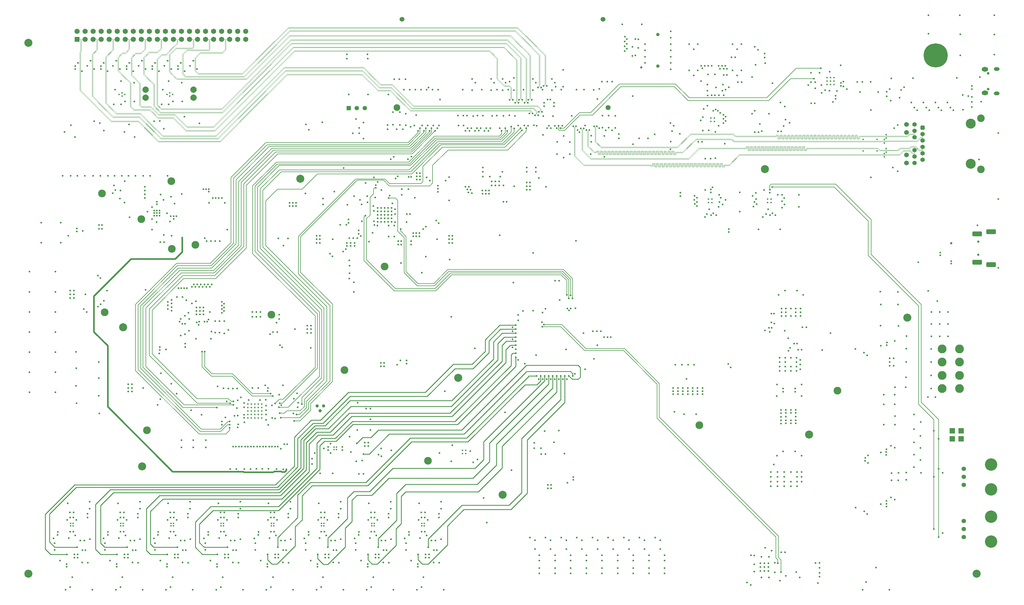
<source format=gbr>
%TF.GenerationSoftware,Altium Limited,Altium Designer,22.6.1 (34)*%
G04 Layer_Physical_Order=4*
G04 Layer_Color=6736896*
%FSLAX26Y26*%
%MOIN*%
%TF.SameCoordinates,08F94D22-2ED8-4738-ABBF-34BB79D8E07D*%
%TF.FilePolarity,Positive*%
%TF.FileFunction,Copper,L4,Inr,Signal*%
%TF.Part,Single*%
G01*
G75*
%TA.AperFunction,Conductor*%
%ADD112C,0.009842*%
%ADD114C,0.007874*%
%ADD115C,0.010000*%
%ADD118C,0.005984*%
%ADD121C,0.019685*%
%ADD124C,0.006142*%
%TA.AperFunction,ComponentPad*%
%ADD142R,0.067913X0.067913*%
%ADD143C,0.020000*%
%ADD144C,0.096457*%
%ADD145C,0.078740*%
%ADD146R,0.054685X0.054685*%
%ADD147C,0.054685*%
%ADD148C,0.031496*%
G04:AMPARAMS|DCode=149|XSize=57.087mil|YSize=78.74mil|CornerRadius=28.543mil|HoleSize=0mil|Usage=FLASHONLY|Rotation=90.000|XOffset=0mil|YOffset=0mil|HoleType=Round|Shape=RoundedRectangle|*
%AMROUNDEDRECTD149*
21,1,0.057087,0.021654,0,0,90.0*
21,1,0.000000,0.078740,0,0,90.0*
1,1,0.057087,0.010827,0.000000*
1,1,0.057087,0.010827,0.000000*
1,1,0.057087,-0.010827,0.000000*
1,1,0.057087,-0.010827,0.000000*
%
%ADD149ROUNDEDRECTD149*%
G04:AMPARAMS|DCode=150|XSize=45.276mil|YSize=70.866mil|CornerRadius=22.638mil|HoleSize=0mil|Usage=FLASHONLY|Rotation=90.000|XOffset=0mil|YOffset=0mil|HoleType=Round|Shape=RoundedRectangle|*
%AMROUNDEDRECTD150*
21,1,0.045276,0.025590,0,0,90.0*
21,1,0.000000,0.070866,0,0,90.0*
1,1,0.045276,0.012795,0.000000*
1,1,0.045276,0.012795,0.000000*
1,1,0.045276,-0.012795,0.000000*
1,1,0.045276,-0.012795,0.000000*
%
%ADD150ROUNDEDRECTD150*%
%ADD151C,0.055000*%
%ADD152C,0.154000*%
%ADD153C,0.064961*%
%ADD154R,0.064961X0.064961*%
%ADD155C,0.060000*%
G04:AMPARAMS|DCode=156|XSize=62.992mil|YSize=120.079mil|CornerRadius=15.748mil|HoleSize=0mil|Usage=FLASHONLY|Rotation=90.000|XOffset=0mil|YOffset=0mil|HoleType=Round|Shape=RoundedRectangle|*
%AMROUNDEDRECTD156*
21,1,0.062992,0.088583,0,0,90.0*
21,1,0.031496,0.120079,0,0,90.0*
1,1,0.031496,0.044291,0.015748*
1,1,0.031496,0.044291,-0.015748*
1,1,0.031496,-0.044291,-0.015748*
1,1,0.031496,-0.044291,0.015748*
%
%ADD156ROUNDEDRECTD156*%
%ADD157C,0.028543*%
%ADD158C,0.083000*%
%ADD159C,0.063000*%
%ADD160C,0.100000*%
%ADD161C,0.300000*%
%ADD162C,0.110000*%
%ADD163C,0.042520*%
%ADD164C,0.124016*%
%ADD165C,0.094488*%
%ADD166C,0.059843*%
%ADD167C,0.055118*%
G04:AMPARAMS|DCode=168|XSize=55.118mil|YSize=55.118mil|CornerRadius=13.78mil|HoleSize=0mil|Usage=FLASHONLY|Rotation=270.000|XOffset=0mil|YOffset=0mil|HoleType=Round|Shape=RoundedRectangle|*
%AMROUNDEDRECTD168*
21,1,0.055118,0.027559,0,0,270.0*
21,1,0.027559,0.055118,0,0,270.0*
1,1,0.027559,-0.013780,-0.013780*
1,1,0.027559,-0.013780,0.013780*
1,1,0.027559,0.013780,0.013780*
1,1,0.027559,0.013780,-0.013780*
%
%ADD168ROUNDEDRECTD168*%
%TA.AperFunction,ViaPad*%
%ADD169C,0.021654*%
%ADD170C,0.040000*%
%ADD171C,0.019000*%
%ADD172C,0.027559*%
%ADD173C,0.030000*%
%ADD174C,0.019685*%
%TA.AperFunction,Conductor*%
%ADD178C,0.003661*%
%ADD179C,0.003661*%
%ADD180C,0.003661*%
%ADD181C,0.004027*%
D112*
X5766396Y2183465D02*
G03*
X5773329Y2186321I0J9842D01*
G01*
X6556045Y2964961D02*
G03*
X6549112Y2962104I0J-9842D01*
G01*
X5801041Y2134252D02*
G03*
X5807975Y2137109I0J9842D01*
G01*
X6583329Y2908386D02*
G03*
X6576395Y2905529I0J-9842D01*
G01*
X5102896Y2134252D02*
G03*
X5095936Y2131369I0J-9842D01*
G01*
X5741732Y2234252D02*
X6548425Y3040945D01*
X7189370D01*
X5563386Y1038976D02*
X5767323Y1242913D01*
X5563386Y803937D02*
Y1038976D01*
X5198000Y618142D02*
Y685000D01*
Y618142D02*
X5250787Y565354D01*
X5324803D01*
X5563386Y803937D01*
X5325000Y878543D02*
X5744095Y1297638D01*
X6330709D01*
X5767323Y1242913D02*
X6353937Y1242913D01*
X6558661Y1447638D01*
X6330709Y1297638D02*
X6487795Y1454724D01*
X6558661Y1447638D02*
Y2109843D01*
X6487795Y1454724D02*
Y2128740D01*
X6558661Y2109843D02*
X7025000Y2576181D01*
X6487795Y2128740D02*
X6975000Y2615945D01*
X6245276Y2029528D02*
X6925000Y2709252D01*
X6975000Y2615945D02*
Y2908386D01*
X6925000Y2709252D02*
Y2908386D01*
X6174016Y2057480D02*
X6875000Y2758465D01*
Y2908386D01*
X7025000Y2576181D02*
Y2908386D01*
X5325000Y774000D02*
Y878543D01*
X4573000Y618338D02*
Y685000D01*
Y618338D02*
X4625591Y565748D01*
X4691732D01*
X4925197Y799213D01*
Y1004724D01*
X4987402Y1066929D02*
Y1407874D01*
X4925197Y1004724D02*
X4987402Y1066929D01*
X5045276Y1465748D02*
X5948819D01*
X4987402Y1407874D02*
X5045276Y1465748D01*
X5948819D02*
X6245276Y1762205D01*
Y2029528D01*
X4700000Y774000D02*
Y879528D01*
X4930709Y1110236D01*
Y1444488D01*
X5045275Y1559055D01*
X5934252Y1559055D01*
X6174016Y1798819D01*
X4834646Y1634646D02*
X5881496Y1634646D01*
X6174016Y1798819D02*
Y2057480D01*
X6825000Y2807283D02*
Y2908386D01*
X6818367Y2800650D02*
X6825000Y2807283D01*
X6087402Y2069685D02*
X6818367Y2800650D01*
X6818367D01*
X6087402Y1840551D02*
Y2069685D01*
X5881496Y1634646D02*
X6087402Y1840551D01*
X3948000Y631528D02*
Y685000D01*
Y631528D02*
X4017717Y561811D01*
X4074410D01*
X4290551Y777953D01*
Y1010236D01*
X4374409Y1094094D01*
Y1360630D02*
X4436220Y1422441D01*
X4374409Y1094094D02*
Y1360630D01*
X4436220Y1422441D02*
X4622441D01*
X4834646Y1634646D01*
X6015354Y2088976D02*
X6775000Y2848622D01*
Y2908386D01*
X4316535Y1129921D02*
Y1386220D01*
X4075000Y774000D02*
Y888386D01*
X4316535Y1129921D01*
Y1386220D02*
X4398819Y1468504D01*
X4595276D01*
X4885039Y1758268D01*
X5908268Y1758268D01*
X6015354Y1865354D01*
Y2088976D01*
X6529528Y2798819D02*
X6678740D01*
X6725000Y2845079D02*
Y2908386D01*
X6678740Y2798819D02*
X6725000Y2845079D01*
X3377559Y564173D02*
X3441339D01*
X3323000Y618732D02*
Y685000D01*
Y618732D02*
X3377559Y564173D01*
X3441339D02*
X3666929Y789764D01*
Y1029527D01*
X3752756Y1115354D01*
Y1415748D01*
X3698425Y1142913D02*
Y1423228D01*
X3450000Y894488D02*
X3698425Y1142913D01*
X3752756Y1415748D02*
X3877165Y1540158D01*
X4571260D01*
X3857086Y1581890D02*
X4546457Y1581890D01*
X4571260Y1540158D02*
X5118898Y2087795D01*
X5818504D01*
X6529528Y2798819D01*
X6556045Y2964961D02*
X7096063D01*
X4837795Y2183465D02*
X5766396D01*
X5773329Y2186321D02*
X6549112Y2962104D01*
X5807975Y2137109D02*
X6576395Y2905529D01*
X6583329Y2908386D02*
X6675000D01*
X5102896Y2134252D02*
X5801041D01*
X4546457Y1581890D02*
X5095936Y2131369D01*
X3450000Y774000D02*
Y894488D01*
X3698425Y1423228D02*
X3857086Y1581890D01*
X4434614Y2068000D02*
Y2068472D01*
X4507087Y2140945D01*
X4611417D01*
X4704724Y2234252D01*
X5741732D01*
X7189370Y3040945D02*
X7216535Y3013780D01*
Y2892126D02*
Y3013780D01*
X7191732Y2867323D02*
X7216535Y2892126D01*
X7075000Y2908386D02*
X7116063Y2867323D01*
X7191732D01*
X4516614Y1935000D02*
X4589331D01*
X4837795Y2183465D01*
X7096063Y2964961D02*
X7125000Y2936024D01*
Y2908386D02*
Y2936024D01*
D114*
X6946923Y5974337D02*
Y6025398D01*
Y5974337D02*
X6953937Y5967323D01*
X7024409D01*
X7215354Y6158268D01*
X7370472D02*
X7721654Y6509449D01*
X7215354Y6158268D02*
X7370472D01*
X7721654Y6509449D02*
X8389764D01*
X7705512Y6546063D02*
X8401575D01*
X8574409Y6373228D01*
X9540157D01*
X8561417Y6337795D02*
X9564173D01*
X9540157Y6373228D02*
X9906929Y6740000D01*
X8389764Y6509449D02*
X8561417Y6337795D01*
X9564173D02*
X9836378Y6610000D01*
X10126898D01*
X7348032Y6188583D02*
X7705512Y6546063D01*
X6970315Y5994723D02*
X7012833D01*
X7206693Y6188583D01*
X7348032D01*
X9906929Y6740000D02*
X10214345D01*
D115*
X3656299Y1784646D02*
Y2145669D01*
X921654Y1550787D02*
X3422441D01*
X3656299Y1784646D01*
X3698425Y1773622D02*
Y2127559D01*
X3446850Y1522047D02*
X3698425Y1773622D01*
X939370Y1522047D02*
X3446850D01*
X3464567Y1492126D02*
X3737795Y1765354D01*
X1363780Y1492126D02*
X3464567D01*
X3737795Y1765354D02*
Y2111811D01*
X1403937Y1454331D02*
X3472441D01*
X3775591Y1757480D02*
Y2103937D01*
X3472441Y1454331D02*
X3775591Y1757480D01*
X3983465Y2356693D02*
X4330315Y2703543D01*
X5286614D01*
X6214016Y3540000D02*
X6415394D01*
X6136614Y3331496D02*
X6245127Y3440009D01*
X6223858Y3489999D02*
X6415394D01*
X6079921Y3196457D02*
Y3346063D01*
X6223858Y3489999D01*
X5286614Y2703543D02*
X5636220Y3053150D01*
X6033071Y3359055D02*
X6214016Y3540000D01*
X6033071Y3214567D02*
Y3359055D01*
X6269189Y3391236D02*
X6415394D01*
X6245127Y3440009D02*
X6415394D01*
X6189370Y3311417D02*
X6269189Y3391236D01*
X6189370Y3108662D02*
Y3311417D01*
X6136614Y3118110D02*
Y3331496D01*
X5871654Y3053150D02*
X6033071Y3214567D01*
X5636220Y3053150D02*
X5871654D01*
X4385827Y2303149D02*
X5691339Y2303150D01*
X6415394Y3027205D01*
Y3139990D01*
X3803937Y1737008D02*
Y2075197D01*
X1977559Y1416535D02*
X3483465D01*
X3803937Y1737008D01*
X2019291Y1374803D02*
X3501181D01*
X3841732Y1715354D01*
Y2059449D01*
X555512Y751575D02*
Y1184646D01*
Y751575D02*
X622087Y685000D01*
X555512Y1184646D02*
X921654Y1550787D01*
X606693Y1189370D02*
X939370Y1522047D01*
X622087Y685000D02*
X823000D01*
X1180315Y1308661D02*
X1363780Y1492126D01*
X3656299Y2145669D02*
X3867323Y2356693D01*
X3983465D01*
X5657087Y2998819D02*
X5882283D01*
X5311417Y2653150D02*
X5657087Y2998819D01*
X4350000Y2653150D02*
X5311417D01*
X4015748Y2318898D02*
X4350000Y2653150D01*
X3889764Y2318898D02*
X4015748D01*
X3698425Y2127559D02*
X3889764Y2318898D01*
X606693Y839764D02*
Y1189370D01*
X672457Y774000D02*
X950000D01*
X606693Y839764D02*
X672457Y774000D01*
X5882283Y2998819D02*
X6079921Y3196457D01*
X3841732Y2059449D02*
X3953149Y2170866D01*
X3938189Y1758268D02*
Y2070866D01*
X3459843Y1279921D02*
X3938189Y1758268D01*
X2613386Y1279921D02*
X3459843D01*
X3974803Y1745669D02*
Y2037402D01*
X2644882Y1230709D02*
X3459843D01*
X3974803Y1745669D01*
X1244528Y685000D02*
X1448000D01*
X1180315Y749213D02*
X1244528Y685000D01*
X1180315Y749213D02*
Y1308661D01*
X3737795Y2111811D02*
X3913386Y2287402D01*
X4039764D01*
X4351968Y2599606D01*
X5618110Y2599606D01*
X6136614Y3118110D01*
X5609842Y2529134D02*
X6189370Y3108662D01*
X4361417Y2529134D02*
X5609842D01*
X3775591Y2103937D02*
X3921653Y2250000D01*
X4082284D02*
X4361417Y2529134D01*
X3921653Y2250000D02*
X4082284D01*
X1242913Y1293307D02*
X1403937Y1454331D01*
X1242913Y824409D02*
Y1293307D01*
Y824409D02*
X1293323Y774000D01*
X1575000D01*
X1814567Y1253543D02*
X1977559Y1416535D01*
X1814567Y735827D02*
Y1253543D01*
X1814567Y1253543D01*
X3803937Y2075197D02*
X3936220Y2207480D01*
X3938189Y2070866D02*
X3996850Y2129528D01*
X4167323D01*
X3953149Y2170866D02*
X4138976D01*
X3936220Y2207480D02*
X4104724D01*
X4342126Y2444882D01*
X5595276D01*
X6242913Y3092520D01*
Y3286614D02*
X6296289Y3339990D01*
X6242913Y3092520D02*
Y3286614D01*
X1814567Y735827D02*
X1865394Y685000D01*
X2073000D01*
X1864173Y1219685D02*
X2019291Y1374803D01*
X4370866Y2402756D02*
X5620866Y2402756D01*
X4138976Y2170866D02*
X4370866Y2402756D01*
X6296289Y3339990D02*
X6415394D01*
X1864173Y813386D02*
Y1219685D01*
Y813386D02*
X1903559Y774000D01*
X2200000Y774000D01*
X5620866Y2402756D02*
X6292126Y3074016D01*
Y3235433D01*
X6346693Y3290000D01*
X6355905Y3039370D02*
Y3170079D01*
X6375846Y3190020D01*
X6415394D01*
X6346693Y3290000D02*
X6415394D01*
X2510669Y685000D02*
X2698000D01*
X2422835Y772835D02*
Y1089370D01*
Y772835D02*
X2510669Y685000D01*
X2422835Y1089370D02*
X2613386Y1279921D01*
X4167323Y2129528D02*
X4379528Y2341732D01*
X4177559Y2094882D02*
X4385827Y2303149D01*
X4379528Y2341732D02*
X5658268D01*
X6355905Y3039370D01*
X3974803Y2037402D02*
X4032283Y2094882D01*
X2474803Y1060630D02*
X2644882Y1230709D01*
X2532693Y774000D02*
X2825000D01*
X2474803Y831890D02*
X2532693Y774000D01*
X2474803Y1060630D02*
X2474803Y831890D01*
X4032283Y2094882D02*
X4177559D01*
D118*
X3129377Y2659206D02*
X3387477D01*
X2884252Y2904331D02*
X3129377Y2659206D01*
X2624016Y2904331D02*
X2884252D01*
X2507677Y3020669D02*
X2624016Y2904331D01*
X2507677Y3020669D02*
Y3209507D01*
X3133822Y2688225D02*
X3360351D01*
X2888583Y2933465D02*
X3133822Y2688225D01*
X2632284Y2933465D02*
X2888583D01*
X2542323Y3023425D02*
X2632284Y2933465D01*
X2542323Y3023425D02*
Y3209507D01*
D121*
X3031055Y1706217D02*
X3395393D01*
X2895533Y1714781D02*
X3022491D01*
X3031055Y1706217D01*
X3556645Y1731841D02*
Y1742963D01*
X3500000Y1711417D02*
X3536220D01*
X3556645Y1731841D01*
X3480377Y1718762D02*
X3492656D01*
X3480000Y1719138D02*
X3480377Y1718762D01*
X3492656D02*
X3500000Y1711417D01*
X3479890Y1719028D02*
X3480000Y1719138D01*
X3408736Y1719028D02*
X3479890D01*
X1161811Y3901968D02*
X1624409Y4364567D01*
X2174803D02*
X2260000Y4449764D01*
X1624409Y4364567D02*
X2174803D01*
X2260000Y4449764D02*
Y4632115D01*
X3408626Y1718918D02*
X3408736Y1719028D01*
X3395393Y1706217D02*
X3408093Y1718918D01*
X3408626D01*
X2142306Y1714781D02*
X2895533Y1714781D01*
X1333071Y2524016D02*
X2142306Y1714781D01*
X1333071Y2524016D02*
Y3283071D01*
X1161811Y3454331D02*
X1333071Y3283071D01*
X1161811Y3454331D02*
Y3901968D01*
D124*
X9677165Y574803D02*
Y618110D01*
X9653150Y642126D02*
X9677165Y618110D01*
X9653150Y642126D02*
Y902362D01*
X8174409Y2381102D02*
X9653150Y902362D01*
X3470079Y5475591D02*
X5087008D01*
X3232284Y5237796D02*
X3470079Y5475591D01*
X5081102Y5572047D02*
X5401968Y5892913D01*
X6209449Y5892913D01*
X11463386Y2580315D02*
X11680000Y2363701D01*
X10839764Y4420866D02*
X11463386Y3797244D01*
Y2580315D02*
Y3797244D01*
X10397638Y5296850D02*
X10839764Y4854724D01*
Y4420866D02*
Y4854724D01*
X9593701Y5296850D02*
X10397638D01*
X9578740Y5281890D02*
X9593701Y5296850D01*
X9578740Y5227596D02*
X9579383Y5226953D01*
X9578740Y5227596D02*
Y5281890D01*
X10803150Y4409055D02*
Y4836221D01*
X9607248Y5259496D02*
X10379874Y5259496D01*
X10803150Y4836221D01*
Y4409055D02*
X11429921Y3782284D01*
X11429921Y2555905D01*
X11680000Y2125000D02*
Y2363701D01*
X11429921Y2555905D02*
X11620000Y2365827D01*
Y2225000D02*
Y2365827D01*
X4979359Y4713949D02*
Y4738533D01*
Y4713949D02*
X5048819Y4644488D01*
X4945669Y4710236D02*
Y5093701D01*
X4914026Y5125345D02*
X4945669Y5093701D01*
Y4710236D02*
X5024409Y4631496D01*
X5048819Y4206693D02*
Y4644488D01*
Y4206693D02*
X5196457Y4059055D01*
X5185827Y4032677D02*
X5401575D01*
X5024409Y4194095D02*
X5185827Y4032677D01*
X4902362Y3966929D02*
X5417323D01*
X4915748Y3998425D02*
X5411811D01*
X4555118Y4359055D02*
X4915748Y3998425D01*
X5196457Y4059055D02*
X5392913D01*
X5568898Y4235039D01*
X7006299D01*
X7120499Y4120839D01*
X5580709Y4211811D02*
X6997638D01*
X5401575Y4032677D02*
X5580709Y4211811D01*
X6997638D02*
X7098425Y4111024D01*
X7120499Y3874059D02*
Y4120839D01*
X7098425Y3912209D02*
Y4111024D01*
X4829223Y5125345D02*
X4914026D01*
X5024409Y4194095D02*
Y4631496D01*
X5604724Y4191339D02*
X6986221D01*
X5411811Y3998425D02*
X5604724Y4191339D01*
X6986221D02*
X7074300Y4103259D01*
X5417323Y3966929D02*
X5618110Y4167717D01*
X6979134D01*
X7050258Y4096592D01*
X7074300Y3873886D02*
Y4103259D01*
X4654451Y5249726D02*
X4669695D01*
X4644095Y5239370D02*
X4654451Y5249726D01*
X4644095Y5177165D02*
Y5239370D01*
X4600000Y5133071D02*
X4644095Y5177165D01*
X3735433Y4642126D02*
X4440945Y5347638D01*
X4766929D01*
X3735433Y4642124D02*
Y4642126D01*
Y4642124D02*
X3735433Y4199212D01*
X4766929Y5347638D02*
X4838583Y5275984D01*
X4421259Y5361811D02*
X4784646D01*
X4261811Y5202362D02*
X4421259Y5361811D01*
X4784646D02*
X4841732Y5304724D01*
X4600000Y4911024D02*
Y5133071D01*
X4555118Y4866142D02*
X4600000Y4911024D01*
X4555118Y4359055D02*
Y4866142D01*
X4523228Y4888757D02*
X4539628Y4905158D01*
X4523228Y4346063D02*
Y4888757D01*
Y4346063D02*
X4902362Y3966929D01*
X7050258Y3919095D02*
Y4096592D01*
X3653150Y2348425D02*
X3725984D01*
X3860236Y2482677D01*
Y2565748D01*
X4131890Y2837402D01*
X4131890Y3802756D02*
X4131890Y2837402D01*
X3735433Y4199212D02*
X4131890Y3802756D01*
X4838583Y5275984D02*
X5343307D01*
X5378740Y5311417D01*
Y5529921D01*
X5570866Y5722047D01*
X6312992Y5722047D01*
X3486413Y2389118D02*
X3724157D01*
X3833465Y2498425D01*
Y2576378D01*
X4099606Y2842520D01*
X4099606Y3785039D02*
X4099606Y2842520D01*
X3708268Y4176378D02*
X4099606Y3785039D01*
X3708268Y4648819D02*
X3708268Y4176378D01*
X3708268Y4648819D02*
X4261811Y5202362D01*
X4841732Y5304724D02*
X5234252D01*
X5257874Y5328346D01*
Y5517323D01*
X5499606Y5759055D01*
X6281912D01*
X6491527Y5968671D01*
X3683071Y2426772D02*
X3722047D01*
X3805905Y2510630D01*
Y2590945D01*
X4061024Y2846063D01*
Y3771260D01*
X3300000Y4532284D02*
X4061024Y3771260D01*
X3300000Y4532284D02*
Y5087008D01*
X3447244Y5234252D01*
X3753937D01*
X3945276Y5425591D01*
X5119291Y5425591D01*
X5480315Y5786614D01*
X6267124Y5786614D01*
X3472748Y2442913D02*
X3533858D01*
X3564961Y2474016D01*
X3728740D01*
X3783071Y2528346D01*
Y2618898D01*
X4024016Y2859843D01*
X4024016Y3753150D02*
X4024016Y2859843D01*
X3264173Y4512992D02*
X4024016Y3753150D01*
X3264173Y5221653D02*
X3264173Y4512992D01*
X3494882Y5452362D02*
X3494882Y5452362D01*
X5106693D02*
X5460236Y5805905D01*
X3264173Y5221653D02*
X3494882Y5452362D01*
X3494882Y5452362D02*
X5106693D01*
X5087008Y5475591D02*
X5440551Y5829134D01*
X5460236Y5805905D02*
X6253543Y5805905D01*
X3749606Y2558740D02*
X3749606Y2636614D01*
X3998032Y2885039D01*
X3998032Y3731102D01*
X3232283Y4496851D02*
X3998032Y3731102D01*
X3232283Y4496851D02*
X3232284Y5237796D01*
X5440551Y5829134D02*
X6237795Y5829134D01*
X3197244Y4473228D02*
X3969291Y3701181D01*
X3197244Y4473228D02*
Y5259055D01*
X3969291Y2903937D02*
Y3701181D01*
X3465354Y2516929D02*
X3582283Y2516929D01*
X3969291Y2903937D01*
X3197244Y5259055D02*
X3468110Y5529921D01*
X5105118Y5529921D01*
X5427559Y5852362D01*
X6228740Y5852362D01*
X3473504Y2568110D02*
X3507874D01*
X3945669Y3005905D01*
X3945669Y3682283D01*
X3168898Y4459055D02*
X3945669Y3682283D01*
X3168898Y4459055D02*
Y5272441D01*
X3445275Y5548819D01*
X5090551Y5548819D01*
X5412992Y5871260D01*
X6217323Y5871260D01*
X3518898Y2616535D02*
X3916535Y3014173D01*
X3470785Y2616535D02*
X3518898D01*
X3916535Y3014173D02*
Y3653937D01*
X3418738Y2564488D02*
X3470785Y2616535D01*
X3138976Y4431496D02*
X3916535Y3653937D01*
X3138976Y4431496D02*
Y5277953D01*
X3433071Y5572047D01*
X5081102Y5572047D01*
X6209449Y5892913D02*
X6238090Y5921555D01*
X3451968Y5674803D02*
X5123228D01*
X5408393Y5959968D01*
X3451968Y5674803D02*
X3451968Y5674803D01*
X3056693Y5279527D02*
X3451968Y5674803D01*
X5408728Y5959633D02*
X5411382Y5962288D01*
X3056693Y4500000D02*
Y5279527D01*
X2677559Y4120866D02*
X3056693Y4500000D01*
X5118898Y5698032D02*
X5364138Y5943272D01*
X3422834Y5698032D02*
X5118898D01*
X3025984Y5301181D02*
X3422834Y5698032D01*
X5114173Y5721260D02*
X5339830Y5946917D01*
X3398425Y5721260D02*
X5114173D01*
X2995276Y5318110D02*
X3398425Y5721260D01*
X3376771Y5743307D02*
X5103937D01*
X2964173Y5330709D02*
X3376771Y5743307D01*
X5103937D02*
X5293275Y5932645D01*
X5092520Y5766142D02*
X5269663Y5943285D01*
X3345275Y5766142D02*
X5092520D01*
X2931102Y5351968D02*
X3345275Y5766142D01*
X5364138Y5943272D02*
Y5993783D01*
X3025984Y4519685D02*
Y5301181D01*
X2665354Y4159055D02*
X3025984Y4519685D01*
X5075984Y5787008D02*
X5222423Y5933447D01*
X2900394Y5370079D02*
X3317323Y5787008D01*
X5075984D01*
X5075591Y5815354D02*
X5199049Y5938813D01*
X2867323Y5381496D02*
X3301181Y5815354D01*
X5075591D01*
X5339830Y5961602D02*
X5340516Y5962288D01*
X5339830Y5946917D02*
Y5961602D01*
X2995276Y4528346D02*
Y5318110D01*
X2659055Y4192126D02*
X2995276Y4528346D01*
X5293275Y5932645D02*
Y5993783D01*
X2964173Y4537008D02*
Y5330709D01*
X2649213Y4222047D02*
X2964173Y4537008D01*
X5269663Y5943285D02*
Y5962288D01*
X2931102Y4552756D02*
Y5351968D01*
X2628740Y4250394D02*
X2931102Y4552756D01*
X5222423Y5933447D02*
Y5993783D01*
X2900394Y4561024D02*
Y5370079D01*
X2619291Y4279921D02*
X2900394Y4561024D01*
X5199049Y5938813D02*
Y5962288D01*
X2867323Y4567717D02*
Y5381496D01*
X2611024Y4311417D02*
X2867323Y4567717D01*
X7756693Y3223228D02*
X8174409Y2805512D01*
Y2381102D02*
Y2805512D01*
X7272047Y3223228D02*
X7756693D01*
X6975591Y3519685D02*
X7272047Y3223228D01*
X8200787Y2397244D02*
X9683858Y914173D01*
X8200787Y2397244D02*
Y2815354D01*
X9683858Y650000D02*
Y914173D01*
Y650000D02*
X9717933Y615925D01*
X7769685Y3246457D02*
X8200787Y2815354D01*
X6744489Y3519685D02*
X6975591D01*
X7287795Y3246457D02*
X7769685D01*
X6986314Y3547938D02*
X7287795Y3246457D01*
X6763312Y3547938D02*
X6986314D01*
X9717933Y464173D02*
Y615925D01*
X2198819Y4279921D02*
X2619291D01*
X2191732Y4311417D02*
X2611024D01*
X1679134Y3798819D02*
X2191732Y4311417D01*
X1711417Y3792520D02*
X2198819Y4279921D01*
X1743307Y3781496D02*
X2212205Y4250394D01*
X2628740D01*
X1807480Y3752756D02*
X2246850Y4192126D01*
X2659055D01*
X1770866Y3766142D02*
X2226772Y4222047D01*
X2649213D01*
X1850000Y3740551D02*
X2268504Y4159055D01*
X2665354D01*
X2278740Y4120866D02*
X2677559D01*
X1887008Y3729134D02*
X2278740Y4120866D01*
X1679134Y2975590D02*
Y3798819D01*
X1711417Y2988189D02*
Y3792520D01*
X1743307Y3000394D02*
Y3781496D01*
X1770866Y3016536D02*
Y3766142D01*
X1807480Y3024016D02*
Y3752756D01*
X1850000Y3165748D02*
Y3740551D01*
X1887008Y3182677D02*
Y3729134D01*
X1679134Y2975590D02*
X2469685Y2185039D01*
X2851142Y2232244D02*
Y2260000D01*
X2803937Y2185039D02*
X2851142Y2232244D01*
X2469685Y2185039D02*
X2803937D01*
X1711417Y2988189D02*
X2482677Y2216929D01*
X2740945D01*
X1743307Y3000394D02*
X2498425Y2245276D01*
X2735433D01*
X2272441Y2514961D02*
X2690727D01*
X1770866Y3016536D02*
X2272441Y2514961D01*
X1807480Y3024016D02*
X2283110Y2548386D01*
X2897309D01*
X2824016Y2300000D02*
X2851150D01*
X2740945Y2216929D02*
X2824016Y2300000D01*
X2830157Y2340000D02*
X2851150D01*
X2735433Y2245276D02*
X2830157Y2340000D01*
X2690727Y2514961D02*
X2690810Y2515043D01*
X2446437Y2569311D02*
X2858354D01*
X1850000Y3165748D02*
X2446437Y2569311D01*
X1887008Y3182677D02*
X2443701Y2625984D01*
X2833465D01*
X2870008Y2589441D01*
X2897136D01*
X6217323Y5871260D02*
X6285333Y5939270D01*
X6228740Y5852362D02*
X6308953Y5932575D01*
X6238090Y5921555D02*
Y5962288D01*
X6285333Y5939270D02*
Y5993783D01*
X6488983Y5966127D02*
X6491527Y5968671D01*
X6308953Y5932575D02*
Y5962599D01*
X6237795Y5829134D02*
X6356193Y5947532D01*
Y6013882D01*
X6253543Y5805905D02*
X6392709Y5945071D01*
Y5992662D01*
X6267124Y5786614D02*
X6474293Y5993783D01*
X6491527Y5968299D02*
Y5968671D01*
X6312992Y5722047D02*
X6545153Y5954208D01*
Y5995571D01*
X11680000Y1750000D02*
Y2125000D01*
X11620000Y1650000D02*
Y2225000D01*
X11680000Y900000D02*
Y1750000D01*
X11620000Y1000000D02*
Y1650000D01*
D142*
X11850000Y2125000D02*
D03*
Y2225000D02*
D03*
X11960000Y2125000D02*
D03*
Y2225000D02*
D03*
D143*
X4619500Y1039500D02*
D03*
Y1070500D02*
D03*
X4650500Y1039500D02*
D03*
Y1070500D02*
D03*
X5244500Y1039500D02*
D03*
Y1070500D02*
D03*
X5275500Y1039500D02*
D03*
Y1070500D02*
D03*
X3369500Y1039500D02*
D03*
Y1070500D02*
D03*
X3400500Y1039500D02*
D03*
Y1070500D02*
D03*
X869500Y1039500D02*
D03*
Y1070500D02*
D03*
X900500Y1039500D02*
D03*
Y1070500D02*
D03*
X4180500Y1989500D02*
D03*
X4149500D02*
D03*
X4180500Y2020500D02*
D03*
X4149500D02*
D03*
X4025500Y1070500D02*
D03*
Y1039500D02*
D03*
X3994500Y1070500D02*
D03*
Y1039500D02*
D03*
X2775500Y1070500D02*
D03*
Y1039500D02*
D03*
X2744500Y1070500D02*
D03*
Y1039500D02*
D03*
X2150500Y1070500D02*
D03*
Y1039500D02*
D03*
X2119500Y1070500D02*
D03*
Y1039500D02*
D03*
X1525500Y1070500D02*
D03*
Y1039500D02*
D03*
X1494500Y1070500D02*
D03*
Y1039500D02*
D03*
D144*
X1295000Y3700000D02*
D03*
X1750000Y4860000D02*
D03*
X1260000Y5180000D02*
D03*
X2130000Y4490000D02*
D03*
X2425000Y4540000D02*
D03*
X2125000Y5335000D02*
D03*
X8700000Y2295000D02*
D03*
X10420000Y2725000D02*
D03*
X5320000Y1850000D02*
D03*
X1820000Y2230000D02*
D03*
X4280000Y2980000D02*
D03*
X4780000Y4270000D02*
D03*
X3370000Y3670000D02*
D03*
D145*
X1805000Y6473071D02*
D03*
Y6373071D02*
D03*
X2400000Y6473071D02*
D03*
Y6373071D02*
D03*
D146*
X4335000Y6245236D02*
D03*
D147*
X4435000D02*
D03*
X4535000D02*
D03*
D148*
X12297165Y6678425D02*
D03*
Y6481575D02*
D03*
D149*
X12255827Y6433346D02*
D03*
Y6726654D02*
D03*
D150*
X12405433Y6427441D02*
D03*
Y6732559D02*
D03*
D151*
X11995000Y1750000D02*
D03*
Y1650000D02*
D03*
Y1550000D02*
D03*
Y1100000D02*
D03*
Y1000000D02*
D03*
Y900000D02*
D03*
D152*
X12335000Y1805000D02*
D03*
Y1495000D02*
D03*
Y1155000D02*
D03*
Y845000D02*
D03*
D153*
X3050000Y7200000D02*
D03*
Y7100000D02*
D03*
X2950000Y7200000D02*
D03*
Y7100000D02*
D03*
X2850000Y7200000D02*
D03*
Y7100000D02*
D03*
X2750000Y7200000D02*
D03*
Y7100000D02*
D03*
X2650000Y7200000D02*
D03*
Y7100000D02*
D03*
X2550000Y7200000D02*
D03*
Y7100000D02*
D03*
X2450000Y7200000D02*
D03*
Y7100000D02*
D03*
X2350000Y7200000D02*
D03*
Y7100000D02*
D03*
X2250000Y7200000D02*
D03*
Y7100000D02*
D03*
X2150000Y7200000D02*
D03*
Y7100000D02*
D03*
X2050000Y7200000D02*
D03*
Y7100000D02*
D03*
X1950000Y7200000D02*
D03*
Y7100000D02*
D03*
X1850000Y7200000D02*
D03*
Y7100000D02*
D03*
X1750000Y7200000D02*
D03*
Y7100000D02*
D03*
X1650000Y7200000D02*
D03*
Y7100000D02*
D03*
X1550000Y7200000D02*
D03*
Y7100000D02*
D03*
X1450000Y7200000D02*
D03*
Y7100000D02*
D03*
X1350000Y7200000D02*
D03*
Y7100000D02*
D03*
X1250000Y7200000D02*
D03*
Y7100000D02*
D03*
X1150000Y7200000D02*
D03*
Y7100000D02*
D03*
X1050000Y7200000D02*
D03*
Y7100000D02*
D03*
X950000Y7200000D02*
D03*
D154*
Y7100000D02*
D03*
D155*
X7502000Y7352000D02*
D03*
X4998000D02*
D03*
D156*
X12335000Y4705000D02*
D03*
Y4295000D02*
D03*
X12160000Y4323000D02*
D03*
Y4677000D02*
D03*
D157*
X12175748Y4417323D02*
D03*
Y4582677D02*
D03*
D158*
X4934961Y6250000D02*
D03*
D159*
X7564961D02*
D03*
D160*
X344488Y7058268D02*
D03*
Y444094D02*
D03*
X9517717Y5483465D02*
D03*
X3730315Y5365354D02*
D03*
X11289370Y3633071D02*
D03*
X5698819Y2885039D02*
D03*
X1525591Y3514961D02*
D03*
X10068898Y2176378D02*
D03*
X6250000Y1428347D02*
D03*
X1761811Y1782677D02*
D03*
X12155512Y444094D02*
D03*
D161*
X11643701Y6900787D02*
D03*
D162*
X11723465Y2750000D02*
D03*
Y2915354D02*
D03*
Y3080709D02*
D03*
Y3246063D02*
D03*
X11940000D02*
D03*
Y3080709D02*
D03*
Y2915354D02*
D03*
Y2750000D02*
D03*
D163*
X8183858Y7160630D02*
D03*
Y6766929D02*
D03*
D164*
X12081260Y5550000D02*
D03*
Y6050000D02*
D03*
D165*
X12206457Y6117520D02*
D03*
Y5482480D02*
D03*
D166*
X11281260Y5939764D02*
D03*
Y5660236D02*
D03*
Y6039764D02*
D03*
Y5560236D02*
D03*
D167*
X11381260Y5879724D02*
D03*
Y5720276D02*
D03*
Y5959646D02*
D03*
Y5640354D02*
D03*
Y6039567D02*
D03*
Y5560433D02*
D03*
X11481260Y5839961D02*
D03*
Y5760039D02*
D03*
Y5680118D02*
D03*
Y5919882D02*
D03*
Y5600197D02*
D03*
D168*
Y5999803D02*
D03*
D169*
X6892126Y2082284D02*
D03*
X6773622Y2220472D02*
D03*
X7019291Y1941339D02*
D03*
X6644488Y2074016D02*
D03*
X6727559Y2008661D02*
D03*
X6645669Y2006299D02*
D03*
X6783465Y1933465D02*
D03*
X6729528Y1933858D02*
D03*
X5105118Y6011811D02*
D03*
X4332283Y4812992D02*
D03*
X4830000Y4781890D02*
D03*
X4691725Y4782099D02*
D03*
X6444409Y3601535D02*
D03*
X9515276Y6924109D02*
D03*
Y6874808D02*
D03*
X10925984Y6444095D02*
D03*
X11907480Y6620472D02*
D03*
X11359843Y6618504D02*
D03*
X11091339Y6613779D02*
D03*
X10701575Y6444095D02*
D03*
X9003543Y6404724D02*
D03*
X8944488Y6403937D02*
D03*
X8893307Y6402756D02*
D03*
X8854331Y6403150D02*
D03*
X8803543Y6402362D02*
D03*
X8802362Y6273228D02*
D03*
X8755512Y6233858D02*
D03*
X7009842Y5628346D02*
D03*
X8145276Y5917717D02*
D03*
X8343307Y5826772D02*
D03*
X8341339Y5731102D02*
D03*
X8361811Y5958268D02*
D03*
X8062205Y5866535D02*
D03*
X7950787Y5866142D02*
D03*
X7698032Y5868110D02*
D03*
X7516929Y5899213D02*
D03*
Y5637008D02*
D03*
X7354331Y5902362D02*
D03*
Y5822835D02*
D03*
X7346063Y5670472D02*
D03*
X7011417Y5898819D02*
D03*
X6931496Y5823228D02*
D03*
X7086221Y5821260D02*
D03*
X7088189Y5671654D02*
D03*
X6929134Y5671260D02*
D03*
X5589764Y4358268D02*
D03*
X6385039Y4071260D02*
D03*
X6631102Y4441732D02*
D03*
X3859843Y3257874D02*
D03*
X945276Y2567716D02*
D03*
X938976Y2784648D02*
D03*
X940158Y3005905D02*
D03*
X938583Y3207874D02*
D03*
X1220866Y3082677D02*
D03*
X1222441Y2880709D02*
D03*
X1221260Y2659451D02*
D03*
X1227559Y2442520D02*
D03*
X2396063Y2108661D02*
D03*
X2249724D02*
D03*
Y2017362D02*
D03*
X2396063D02*
D03*
X2555669Y2108661D02*
D03*
Y2017362D02*
D03*
X11548819Y2646063D02*
D03*
X11640945Y2645276D02*
D03*
X11095276Y1698425D02*
D03*
X11094488Y1606299D02*
D03*
X11179921Y1699606D02*
D03*
X11179134Y1607480D02*
D03*
X11277165Y1612992D02*
D03*
X11277953Y1705118D02*
D03*
X11458268Y2334437D02*
D03*
X11372559Y1771018D02*
D03*
X11452756Y1861811D02*
D03*
X11372559Y1929198D02*
D03*
X11453543Y2012598D02*
D03*
X11372559Y2081888D02*
D03*
X11453151Y2160158D02*
D03*
X11372559Y2245562D02*
D03*
Y2427910D02*
D03*
X11459843Y1701181D02*
D03*
X11138976Y2301575D02*
D03*
X10997244Y2300000D02*
D03*
X11138189Y2408661D02*
D03*
X11136614Y2767323D02*
D03*
X11271260Y2768110D02*
D03*
X11272835Y2890551D02*
D03*
X11134252Y2554134D02*
D03*
Y2673228D02*
D03*
X10997913Y2554134D02*
D03*
Y2673228D02*
D03*
X11278740Y3082677D02*
D03*
X11070175Y3080709D02*
D03*
X11119175Y3126798D02*
D03*
X11070175Y3032848D02*
D03*
Y3126798D02*
D03*
X11119175Y3032848D02*
D03*
X11275984Y3246457D02*
D03*
X11281102Y3402756D02*
D03*
X11179921Y3529921D02*
D03*
X10957480Y3535433D02*
D03*
X11175197Y3798819D02*
D03*
X10961811Y3799213D02*
D03*
X10952756Y3957087D02*
D03*
X11175197Y3955905D02*
D03*
X11664567Y3841339D02*
D03*
X11550787Y3966929D02*
D03*
X11590551Y3402362D02*
D03*
Y3553543D02*
D03*
Y3704724D02*
D03*
X11694094D02*
D03*
Y3553543D02*
D03*
Y3402362D02*
D03*
X11797638D02*
D03*
Y3553543D02*
D03*
Y3704724D02*
D03*
X4332283Y4859189D02*
D03*
X503150Y4566535D02*
D03*
Y4816929D02*
D03*
X746063Y4566538D02*
D03*
Y4816929D02*
D03*
X358661Y3955905D02*
D03*
Y4206299D02*
D03*
Y3705512D02*
D03*
Y3455118D02*
D03*
Y3204724D02*
D03*
Y2954331D02*
D03*
Y2703937D02*
D03*
X681102D02*
D03*
Y2954328D02*
D03*
Y3204720D02*
D03*
Y3455111D02*
D03*
Y3705503D02*
D03*
Y4206285D02*
D03*
Y3955894D02*
D03*
X3458870Y4619908D02*
D03*
X3577771D02*
D03*
X3520866Y4531496D02*
D03*
X6281496Y2453937D02*
D03*
X6013779Y1387795D02*
D03*
X6054331Y1081496D02*
D03*
X6951968Y2227559D02*
D03*
X6360630Y1733465D02*
D03*
X5531102Y2716929D02*
D03*
X5902756Y3252362D02*
D03*
X5610630Y3643701D02*
D03*
X7162598Y4590551D02*
D03*
X6213779Y4659842D02*
D03*
X2536197Y3584867D02*
D03*
X2603428Y3705079D02*
D03*
X2470116Y3585730D02*
D03*
X2442151Y3575849D02*
D03*
X2893000Y2028071D02*
D03*
X2927000D02*
D03*
X9907874Y463740D02*
D03*
X9344488Y675788D02*
D03*
X9383858Y672047D02*
D03*
X9521417Y767126D02*
D03*
X9600787Y731890D02*
D03*
X9292913Y335827D02*
D03*
X9340500Y304673D02*
D03*
X9703543Y356693D02*
D03*
X9777559Y416535D02*
D03*
X9639291Y461417D02*
D03*
Y581890D02*
D03*
X9567052Y654134D02*
D03*
X9475792D02*
D03*
X9475788Y398701D02*
D03*
X9567047D02*
D03*
X9383858Y470945D02*
D03*
Y562205D02*
D03*
X9677165Y574803D02*
D03*
X9560787Y477205D02*
D03*
X9462362Y477205D02*
D03*
X9560787Y575630D02*
D03*
X9462362Y575630D02*
D03*
Y526418D02*
D03*
X9560787Y526417D02*
D03*
X9511575Y526417D02*
D03*
Y575630D02*
D03*
Y477205D02*
D03*
X8390000Y2460150D02*
D03*
X8510000Y2432008D02*
D03*
X8660000D02*
D03*
X6639646Y6030256D02*
D03*
X2940897Y2506320D02*
D03*
X9764173Y6265984D02*
D03*
X9709803Y6315354D02*
D03*
X10413954Y6457365D02*
D03*
X11699213Y4443898D02*
D03*
Y4412402D02*
D03*
X3567009Y2056111D02*
D03*
X3532009D02*
D03*
X3418000Y2028071D02*
D03*
X3452000D02*
D03*
X5624409Y2042913D02*
D03*
X7057154Y1577136D02*
D03*
X5610000Y1843727D02*
D03*
X5464646Y1947480D02*
D03*
X2700000Y2779088D02*
D03*
X2775000Y2754821D02*
D03*
X2835000Y2750884D02*
D03*
X2890000D02*
D03*
X2945000D02*
D03*
X1053896Y3925000D02*
D03*
X3234646Y3645748D02*
D03*
Y3702756D02*
D03*
X3183858D02*
D03*
Y3645748D02*
D03*
X3133071Y3702756D02*
D03*
Y3645756D02*
D03*
X1803543Y3979449D02*
D03*
X2212500Y4001787D02*
D03*
X2247500D02*
D03*
X2282500D02*
D03*
X2317500D02*
D03*
X6765984Y6268504D02*
D03*
X6765980Y6310236D02*
D03*
X6891335D02*
D03*
X6891339Y6268504D02*
D03*
X10058868Y6530000D02*
D03*
X10126898Y6610000D02*
D03*
X10090000Y6685000D02*
D03*
X7874016Y5794095D02*
D03*
X8735772Y5824766D02*
D03*
X8688700D02*
D03*
X7696620Y5920670D02*
D03*
X8456611Y5925197D02*
D03*
X8379559Y6025197D02*
D03*
X8341559Y6058463D02*
D03*
X7770829Y6955000D02*
D03*
Y7015000D02*
D03*
X8023268Y6806498D02*
D03*
X9045518Y6733078D02*
D03*
Y6657834D02*
D03*
X9002677D02*
D03*
X8959000Y6733078D02*
D03*
X8895000Y6665075D02*
D03*
X8902344Y5949217D02*
D03*
X8939803Y6025348D02*
D03*
X9000227Y6056260D02*
D03*
X9026329Y6083898D02*
D03*
X9026680Y6138947D02*
D03*
X8999475Y6159724D02*
D03*
X8929578Y6210391D02*
D03*
X8874843Y6211585D02*
D03*
X8718110Y6090168D02*
D03*
X8745630Y6129528D02*
D03*
X6911268Y6510433D02*
D03*
X1602756Y4883071D02*
D03*
X4342339Y4121963D02*
D03*
X4344504Y4282179D02*
D03*
Y4187179D02*
D03*
X4396701Y4074679D02*
D03*
Y3954679D02*
D03*
X1995278Y2941063D02*
D03*
X3516651Y1745623D02*
D03*
X3434527Y1749183D02*
D03*
X2582362Y4049296D02*
D03*
X4270000Y5499000D02*
D03*
X4895000Y5639022D02*
D03*
X5115307Y5641422D02*
D03*
X2402500Y4049296D02*
D03*
X2079271Y3787500D02*
D03*
X5789095Y5962599D02*
D03*
X2079271Y3742500D02*
D03*
X2753067Y3830000D02*
D03*
X2780994Y3762500D02*
D03*
X2753067Y3785000D02*
D03*
X2780994Y3717500D02*
D03*
X3355431Y3427255D02*
D03*
X6005356Y5503390D02*
D03*
Y5452480D02*
D03*
X6091535Y5389961D02*
D03*
X6005354D02*
D03*
X7206165Y5945888D02*
D03*
X8900043Y5621799D02*
D03*
X8842456Y5613390D02*
D03*
X8775473D02*
D03*
X1011850Y6703974D02*
D03*
X960170Y6807402D02*
D03*
X6584409Y6178823D02*
D03*
X6623692D02*
D03*
X5092756Y6473309D02*
D03*
X5021890D02*
D03*
X5163623D02*
D03*
X1164232Y6732599D02*
D03*
X1118150Y6834880D02*
D03*
X6653765Y6154217D02*
D03*
X6694119D02*
D03*
X4572609Y6415000D02*
D03*
X1596975Y6041984D02*
D03*
X1280170Y6807402D02*
D03*
X1331850Y6703974D02*
D03*
X6701989Y6196539D02*
D03*
X6742343D02*
D03*
X6565191Y6309925D02*
D03*
X6524837D02*
D03*
X4826549Y6415000D02*
D03*
X5470434Y6350680D02*
D03*
X1484232Y6732599D02*
D03*
X6336165Y6346146D02*
D03*
X1438150Y6834880D02*
D03*
X6391835Y6467855D02*
D03*
X6320991Y6473315D02*
D03*
X6336643Y6575197D02*
D03*
X1651850Y6703974D02*
D03*
X1600170Y6807402D02*
D03*
X6454265Y6346146D02*
D03*
X6391614Y6620957D02*
D03*
X6494620Y6346146D02*
D03*
X6447091Y6309925D02*
D03*
X6406737D02*
D03*
X2287933Y6136685D02*
D03*
X1912000Y6080000D02*
D03*
X1980000Y6084599D02*
D03*
X1804232Y6732599D02*
D03*
X1758150Y6834880D02*
D03*
X6512460Y6473315D02*
D03*
X1971850Y6703974D02*
D03*
X1920170Y6807402D02*
D03*
X6572365Y6346146D02*
D03*
X2124232Y6732599D02*
D03*
X6612720Y6346146D02*
D03*
X2078150Y6834880D02*
D03*
X6628065Y6467880D02*
D03*
X6627835Y6606339D02*
D03*
X6729983Y6501823D02*
D03*
X2291850Y6703974D02*
D03*
X6690700Y6501823D02*
D03*
X2240170Y6807402D02*
D03*
X6665152Y6562480D02*
D03*
X6761040Y6519539D02*
D03*
X6801395D02*
D03*
X2255000Y6561000D02*
D03*
X2358180Y6770000D02*
D03*
X2444232Y6732599D02*
D03*
X2398150Y6834880D02*
D03*
X5806994Y6150162D02*
D03*
X5759750D02*
D03*
X5695073Y6149914D02*
D03*
X5812717Y5994095D02*
D03*
X5836339Y5962599D02*
D03*
X5860157Y5994095D02*
D03*
X5884010Y6145841D02*
D03*
X5907396Y5962288D02*
D03*
X5931018Y5993783D02*
D03*
X5954640Y5965447D02*
D03*
X5978262Y5993783D02*
D03*
X6025506Y5962288D02*
D03*
X6049128Y5993783D02*
D03*
X6072750Y5962288D02*
D03*
X6096372Y5993783D02*
D03*
X6120000Y6146744D02*
D03*
X6755000Y5911953D02*
D03*
X6828813Y6025398D02*
D03*
X6804961Y5994538D02*
D03*
X6852205Y5994449D02*
D03*
X6875827Y6143628D02*
D03*
X6899679Y6025398D02*
D03*
X6923071Y5994449D02*
D03*
X6946923Y6025398D02*
D03*
X6970315Y5994723D02*
D03*
X6994167Y6025398D02*
D03*
X7112047Y6148036D02*
D03*
X6376520Y6346146D02*
D03*
X4465136Y5997480D02*
D03*
X4003578Y6067559D02*
D03*
X3799468Y6039685D02*
D03*
X3837500Y5972963D02*
D03*
X4465136Y5932480D02*
D03*
X4384864Y5932520D02*
D03*
X4425000Y6108238D02*
D03*
X4518342Y5865000D02*
D03*
Y6065000D02*
D03*
X8344449Y7200000D02*
D03*
X2474803Y6054685D02*
D03*
X6757961Y6145336D02*
D03*
X6249921Y6606339D02*
D03*
X6287239Y6562480D02*
D03*
X6250152Y6467880D02*
D03*
X6108189Y6606339D02*
D03*
X6108420Y6467880D02*
D03*
X6145507Y6562480D02*
D03*
X4335000Y6415008D02*
D03*
X5305315Y6473309D02*
D03*
X5328713Y6500039D02*
D03*
X6982351Y6473315D02*
D03*
X6746151D02*
D03*
X6179271D02*
D03*
X5990311D02*
D03*
X5754111D02*
D03*
X2208781Y6732677D02*
D03*
Y6767323D02*
D03*
X1888781Y6732677D02*
D03*
Y6767323D02*
D03*
X2038180Y6770000D02*
D03*
X1568781Y6732677D02*
D03*
Y6767323D02*
D03*
X1718180Y6770000D02*
D03*
X1248781Y6732677D02*
D03*
Y6767323D02*
D03*
X1398180Y6770000D02*
D03*
X1078180D02*
D03*
X928781Y6767323D02*
D03*
Y6732677D02*
D03*
X11586068Y3246063D02*
D03*
Y3080709D02*
D03*
Y2915354D02*
D03*
Y2750000D02*
D03*
X4133795Y4610000D02*
D03*
X8643315Y5050988D02*
D03*
X2587761Y3611211D02*
D03*
X2833000Y3481535D02*
D03*
X2242089Y3618202D02*
D03*
X2348661Y3618898D02*
D03*
X2228596Y3584646D02*
D03*
X2260236Y3556798D02*
D03*
X2294882D02*
D03*
X2337822Y3694235D02*
D03*
X2295236Y3658189D02*
D03*
X6784646Y3743075D02*
D03*
X9508332Y5225756D02*
D03*
X9408429Y5109532D02*
D03*
X9719803Y5953386D02*
D03*
X9679961Y5952894D02*
D03*
X9389764Y5942913D02*
D03*
X9438661D02*
D03*
X9364173Y5151393D02*
D03*
X9404331Y5187220D02*
D03*
X10900000Y520236D02*
D03*
X6845388Y6350766D02*
D03*
X6811934D02*
D03*
X9749174Y6020866D02*
D03*
X9824044Y6060236D02*
D03*
X9774044Y6100709D02*
D03*
X9478189Y5958273D02*
D03*
X9452598Y6047069D02*
D03*
X9391181Y6211748D02*
D03*
X9358632Y6175709D02*
D03*
X9568346D02*
D03*
X11837992Y4307480D02*
D03*
Y4338976D02*
D03*
X11427116Y4323238D02*
D03*
X5157874Y5127480D02*
D03*
X3515000Y2791874D02*
D03*
X7131873Y1647558D02*
D03*
X11032019Y1281184D02*
D03*
X10800000Y1917125D02*
D03*
X9717751Y2314789D02*
D03*
Y2354159D02*
D03*
X9895000Y1966573D02*
D03*
X9745000D02*
D03*
X9667168Y1914134D02*
D03*
X9840000Y1712000D02*
D03*
X9940984Y5014173D02*
D03*
X9516142Y3474409D02*
D03*
X11085000Y6336535D02*
D03*
X7389162Y6017930D02*
D03*
X7425412D02*
D03*
X7294682Y5970158D02*
D03*
X7330932D02*
D03*
X9018009Y5800000D02*
D03*
X7223822Y5989842D02*
D03*
X7260072D02*
D03*
X7183249Y5969567D02*
D03*
X7129342Y6018071D02*
D03*
X7165592D02*
D03*
X7277356Y6028272D02*
D03*
X7454600Y5993331D02*
D03*
X4979359Y4738533D02*
D03*
X5244319Y4195120D02*
D03*
X4588583Y4582520D02*
D03*
X4342339Y4347395D02*
D03*
X4483232Y4652520D02*
D03*
X4982598Y4314000D02*
D03*
X9717933Y464173D02*
D03*
X3861024Y607087D02*
D03*
X5303000Y920000D02*
D03*
X5221000Y887000D02*
D03*
X5195000Y530000D02*
D03*
X5111024Y607087D02*
D03*
X8214133Y750473D02*
D03*
X8268779Y607973D02*
D03*
X8149999Y892992D02*
D03*
X8214133Y860473D02*
D03*
X8268779Y673189D02*
D03*
Y512973D02*
D03*
Y447756D02*
D03*
X6903779Y673189D02*
D03*
Y607973D02*
D03*
X6849134Y750473D02*
D03*
X6654134D02*
D03*
X6708779Y607973D02*
D03*
Y673189D02*
D03*
X7488779Y607973D02*
D03*
X7098779D02*
D03*
Y673189D02*
D03*
X7293779D02*
D03*
Y607973D02*
D03*
X7488779Y673189D02*
D03*
X6708779Y512973D02*
D03*
X7293779D02*
D03*
X7434134Y750473D02*
D03*
X7044134D02*
D03*
X7239134D02*
D03*
X7488779Y512973D02*
D03*
X7098779D02*
D03*
X6903779D02*
D03*
X7683779Y673189D02*
D03*
X7878779Y512973D02*
D03*
Y447756D02*
D03*
X7683779Y607973D02*
D03*
X7878779Y673189D02*
D03*
Y607973D02*
D03*
X7683779Y512973D02*
D03*
X7629134Y750473D02*
D03*
X8073779Y673189D02*
D03*
Y607973D02*
D03*
Y512973D02*
D03*
X8019134Y750473D02*
D03*
X7824133D02*
D03*
X7488779Y447756D02*
D03*
X7683779D02*
D03*
X6903779D02*
D03*
X6708779D02*
D03*
X7098779D02*
D03*
X7293779D02*
D03*
X8073779D02*
D03*
X7239134Y860473D02*
D03*
X7175000Y892992D02*
D03*
X7044134Y860473D02*
D03*
X7434134D02*
D03*
X6785000Y892992D02*
D03*
X6980000D02*
D03*
X6590000D02*
D03*
X6654134Y860473D02*
D03*
X6849134D02*
D03*
X7824133D02*
D03*
X7759999Y892992D02*
D03*
X7565000D02*
D03*
X7370000D02*
D03*
X7629134Y860473D02*
D03*
X8019134D02*
D03*
X7955000Y892992D02*
D03*
X9767275Y710669D02*
D03*
X9720433D02*
D03*
X9951575Y396417D02*
D03*
X10146575Y577126D02*
D03*
X10198740Y454134D02*
D03*
Y577126D02*
D03*
Y407197D02*
D03*
Y518701D02*
D03*
X10176884Y328733D02*
D03*
X4015000Y5118491D02*
D03*
X4858506Y5608622D02*
D03*
X5199049Y5962288D02*
D03*
X4155000Y5205905D02*
D03*
X4015000Y5043866D02*
D03*
X5069912Y5608622D02*
D03*
X1775628Y2758583D02*
D03*
X3133786Y2756992D02*
D03*
X3205989Y2759028D02*
D03*
X3300621Y2610113D02*
D03*
X3227984Y2608608D02*
D03*
X3086251D02*
D03*
X3030779Y2571614D02*
D03*
Y2517244D02*
D03*
X2690810Y2515043D02*
D03*
X2815000Y2592520D02*
D03*
X2537402Y4049296D02*
D03*
X2627323D02*
D03*
X2492441D02*
D03*
X2447500D02*
D03*
X2897309Y2548378D02*
D03*
X2858354Y2569311D02*
D03*
X2897136Y2589441D02*
D03*
X2950740Y2604470D02*
D03*
X2991981Y2640033D02*
D03*
X4226849Y4792480D02*
D03*
X4545000Y5311496D02*
D03*
X3650000Y2625256D02*
D03*
X6238090Y5962288D02*
D03*
X3749606Y2558740D02*
D03*
X6214482Y5993783D02*
D03*
X6261705Y6147528D02*
D03*
X6285333Y5993783D02*
D03*
X6308953Y5962599D02*
D03*
X5866150Y5182921D02*
D03*
X5852150Y5226921D02*
D03*
X5999079Y5218146D02*
D03*
X5999535Y5177882D02*
D03*
X6040401Y5218146D02*
D03*
X6040394Y5177882D02*
D03*
X6491527Y5968671D02*
D03*
X5542120Y5342480D02*
D03*
X5585000Y5384409D02*
D03*
X5345725Y5342480D02*
D03*
X5305000Y5381263D02*
D03*
X5445000Y5240000D02*
D03*
Y5202598D02*
D03*
Y5277402D02*
D03*
X5585000Y5094882D02*
D03*
X6260000Y5076614D02*
D03*
X6301181D02*
D03*
X6550158Y5503386D02*
D03*
Y5452480D02*
D03*
X6790085Y5264161D02*
D03*
X6702093Y5373153D02*
D03*
X6665748Y5452480D02*
D03*
Y5503386D02*
D03*
X6550145Y5227074D02*
D03*
Y5272480D02*
D03*
Y5318170D02*
D03*
X6589495Y5227074D02*
D03*
Y5272480D02*
D03*
Y5318170D02*
D03*
X6395214Y5272480D02*
D03*
X6206040Y5332539D02*
D03*
X6260000Y5281162D02*
D03*
X6206040D02*
D03*
X6159724D02*
D03*
X6159705Y5332539D02*
D03*
X6113370Y5281162D02*
D03*
Y5332539D02*
D03*
X6222441Y5389961D02*
D03*
X6246863Y5452480D02*
D03*
X6081722Y5218146D02*
D03*
Y5177882D02*
D03*
X5824150Y5192921D02*
D03*
X5809150Y5230921D02*
D03*
X5786900Y5263921D02*
D03*
X5830150D02*
D03*
X5180996Y5393883D02*
D03*
X5221260Y5352790D02*
D03*
X5180996D02*
D03*
X5221260Y5394112D02*
D03*
Y5435433D02*
D03*
X5180996Y5434977D02*
D03*
X4539628Y4905158D02*
D03*
X4646434Y4963762D02*
D03*
X4641533Y5023268D02*
D03*
X4495079Y5042953D02*
D03*
X4566508Y5069459D02*
D03*
X4475591Y5100394D02*
D03*
X5434747Y4610000D02*
D03*
X5624495Y4655690D02*
D03*
Y4610000D02*
D03*
Y4564593D02*
D03*
X5585145D02*
D03*
Y4655690D02*
D03*
Y4610000D02*
D03*
X4951575Y4545748D02*
D03*
Y4587795D02*
D03*
X4988976Y4545748D02*
D03*
Y4587795D02*
D03*
X5111417Y4545748D02*
D03*
Y4587795D02*
D03*
X5213228Y4647323D02*
D03*
X5213228Y4689370D02*
D03*
X5175197Y4647323D02*
D03*
X5137165D02*
D03*
X5175197Y4689370D02*
D03*
X5137165D02*
D03*
X5423622Y4842905D02*
D03*
X5452854Y4810000D02*
D03*
X5262095Y4737480D02*
D03*
X5295000Y4766713D02*
D03*
Y4394988D02*
D03*
X3596553Y5025591D02*
D03*
X3596097Y5065855D02*
D03*
X3637419D02*
D03*
X3678740Y5025591D02*
D03*
Y5065855D02*
D03*
X3637647Y5025591D02*
D03*
X3795000Y5182480D02*
D03*
X4316535Y5040000D02*
D03*
X4401033Y5147520D02*
D03*
X4562846D02*
D03*
X4664173Y5132087D02*
D03*
X3935505Y4655407D02*
D03*
X3974855D02*
D03*
Y4564310D02*
D03*
X3935505D02*
D03*
Y4610000D02*
D03*
X3974855D02*
D03*
X4102146Y4429606D02*
D03*
X4131870Y4397095D02*
D03*
X4303438Y4792480D02*
D03*
X4457610Y4720197D02*
D03*
Y4678197D02*
D03*
X4440852Y4623346D02*
D03*
X4340000Y4623343D02*
D03*
X4390426Y4623346D02*
D03*
X4297905Y4488012D02*
D03*
X4265394Y4458287D02*
D03*
X4309173Y4527354D02*
D03*
Y4564520D02*
D03*
X4497598Y4835315D02*
D03*
X4648819D02*
D03*
X4655042Y4787778D02*
D03*
X4830000Y4642913D02*
D03*
X4900000D02*
D03*
Y4781890D02*
D03*
X5053847Y4825000D02*
D03*
X4909488D02*
D03*
X5058504Y4925000D02*
D03*
X5096417D02*
D03*
X4909488D02*
D03*
X4909488Y4985000D02*
D03*
X6505000Y3719045D02*
D03*
X6528552Y3061851D02*
D03*
X6356193Y6013882D02*
D03*
X6392709Y5992662D02*
D03*
X6474293Y5993783D02*
D03*
X6568773Y6023400D02*
D03*
X6545153Y5995571D02*
D03*
X6445406Y6028228D02*
D03*
X6521535Y6028543D02*
D03*
X3690133Y2691406D02*
D03*
X3467021Y2674733D02*
D03*
X3302559Y2537795D02*
D03*
Y2481890D02*
D03*
Y2426772D02*
D03*
X3360351Y2688225D02*
D03*
X3387477Y2659206D02*
D03*
X3418738Y2564488D02*
D03*
X3377309Y2541136D02*
D03*
X3473504Y2568110D02*
D03*
X3465354Y2516929D02*
D03*
X3495000Y2544823D02*
D03*
X3696347Y2517452D02*
D03*
X3704773Y2575965D02*
D03*
X3683071Y2426772D02*
D03*
X3472748Y2442913D02*
D03*
X3644748Y2442512D02*
D03*
X3486413Y2389118D02*
D03*
X3653150Y2348425D02*
D03*
X3417716Y2377559D02*
D03*
X3381836Y2383224D02*
D03*
X4445000Y2576000D02*
D03*
X1296280Y740000D02*
D03*
Y825000D02*
D03*
X2084646Y1320000D02*
D03*
X4605000Y2500000D02*
D03*
X6415394Y3139990D02*
D03*
Y3190020D02*
D03*
X2200000Y774000D02*
D03*
X1921280Y740000D02*
D03*
X4440000Y2235000D02*
D03*
X4605000D02*
D03*
X2709646Y1320000D02*
D03*
X3608980Y1340000D02*
D03*
X3876338Y1809610D02*
D03*
X3911423Y1947348D02*
D03*
X4605000Y2369000D02*
D03*
X4765000Y583481D02*
D03*
X6850000Y2868622D02*
D03*
X5936785Y1867520D02*
D03*
X6800000Y2868622D02*
D03*
X6700000Y2868605D02*
D03*
X6750000Y2868622D02*
D03*
X3610000Y872853D02*
D03*
X4865000Y1980295D02*
D03*
X4630000Y4692520D02*
D03*
X4358228Y4564520D02*
D03*
X4407283D02*
D03*
X4358228Y4527354D02*
D03*
X4407283D02*
D03*
X2531607Y885000D02*
D03*
X4406607D02*
D03*
X2895533Y1714781D02*
D03*
X2857648Y1746159D02*
D03*
X2125732Y2812086D02*
D03*
X1987126Y2616102D02*
D03*
X2189732Y2688583D02*
D03*
X1952803Y2548583D02*
D03*
X2297717Y3310709D02*
D03*
X1980906Y3229764D02*
D03*
X2056760Y3238268D02*
D03*
X1980912Y3266466D02*
D03*
X2297732Y3266260D02*
D03*
X1974997Y3189055D02*
D03*
X1586705Y2712893D02*
D03*
X1633556Y2803989D02*
D03*
Y2712893D02*
D03*
Y2758583D02*
D03*
X1586705Y2803989D02*
D03*
Y2758583D02*
D03*
X3193000Y2028071D02*
D03*
X3227000D02*
D03*
X3268000D02*
D03*
X3302000D02*
D03*
X3976032Y1695000D02*
D03*
X3343000Y2028071D02*
D03*
X3377000D02*
D03*
X4519035Y1687500D02*
D03*
X4462404D02*
D03*
X3152000Y2028071D02*
D03*
X3118000D02*
D03*
X3077000D02*
D03*
X3043000D02*
D03*
X3002000D02*
D03*
X2968000D02*
D03*
X5151805Y6026875D02*
D03*
X5045061Y6173199D02*
D03*
X2030000Y5988386D02*
D03*
X1540503Y5947813D02*
D03*
X1668858Y5883857D02*
D03*
X1285000Y5962795D02*
D03*
X1235000Y6059008D02*
D03*
X1164712Y6080000D02*
D03*
X923858Y5883857D02*
D03*
X872561Y6030002D02*
D03*
X795503Y5947813D02*
D03*
X2260000Y6327008D02*
D03*
X2092205Y6582000D02*
D03*
X2018000Y6473071D02*
D03*
X2002614Y6290244D02*
D03*
X2143386Y6327000D02*
D03*
X2092205Y6290236D02*
D03*
X1497205D02*
D03*
X1548386Y6327000D02*
D03*
X1407614Y6290244D02*
D03*
X1423000Y6473071D02*
D03*
X1660000Y6561000D02*
D03*
X1497205Y6582000D02*
D03*
X1665000Y6327008D02*
D03*
X10090433Y6569142D02*
D03*
X10145559Y6490606D02*
D03*
Y6569393D02*
D03*
X10095000Y6303000D02*
D03*
X10139000D02*
D03*
X10225000Y6435000D02*
D03*
X10462953Y6557162D02*
D03*
Y6521728D02*
D03*
X10493228Y6573027D02*
D03*
Y6513442D02*
D03*
X10462400Y6778433D02*
D03*
X10214345Y6740000D02*
D03*
X10325079Y6697849D02*
D03*
X10198000Y6685000D02*
D03*
X10222439Y6531260D02*
D03*
X10266102Y6467911D02*
D03*
X10365000Y6322521D02*
D03*
X10397898Y6362677D02*
D03*
X10397913Y6397323D02*
D03*
X10322000Y6460787D02*
D03*
X10536864Y6479700D02*
D03*
X1020027Y4714685D02*
D03*
X911823Y3925000D02*
D03*
X864973D02*
D03*
Y3879310D02*
D03*
Y3970407D02*
D03*
X911823Y3879310D02*
D03*
Y3970407D02*
D03*
X1242126Y4127480D02*
D03*
X1210000Y4156841D02*
D03*
X1325000Y3970000D02*
D03*
X1071459Y3703670D02*
D03*
X1035366Y3740183D02*
D03*
X1209952Y3770409D02*
D03*
X1245118Y3802520D02*
D03*
X1285559Y3845000D02*
D03*
X2625000Y3461000D02*
D03*
X2725000Y3447000D02*
D03*
X2670000Y3447008D02*
D03*
X2785000Y3438160D02*
D03*
X3445000Y3454961D02*
D03*
X3390000D02*
D03*
X3476847Y3292520D02*
D03*
X3505000Y3263159D02*
D03*
X3467992Y3671694D02*
D03*
X3467995Y3618715D02*
D03*
X3863044Y3535407D02*
D03*
Y3444310D02*
D03*
X3816194Y3535407D02*
D03*
Y3444310D02*
D03*
Y3490000D02*
D03*
X3863044D02*
D03*
X3665015D02*
D03*
X3435000Y3570000D02*
D03*
X5055236Y3061000D02*
D03*
X5054732Y3100315D02*
D03*
X4936332Y3047816D02*
D03*
X4733015Y3026213D02*
D03*
X4772739Y3026090D02*
D03*
X4733015Y3072323D02*
D03*
X4772739D02*
D03*
X4977165Y3100315D02*
D03*
X2933205Y1748647D02*
D03*
X2958526Y1717269D02*
D03*
X3032519Y1748200D02*
D03*
X3031055Y1706217D02*
D03*
X3112012Y1749041D02*
D03*
X3108784Y1707058D02*
D03*
X3185272Y1750699D02*
D03*
X3185311Y1707058D02*
D03*
X3256443Y1749674D02*
D03*
X3255668Y1708174D02*
D03*
X3334238Y1749862D02*
D03*
X3408626Y1718918D02*
D03*
X3480000Y1719138D02*
D03*
X3486508Y1999685D02*
D03*
X3556645Y1742963D02*
D03*
X4502000Y1855000D02*
D03*
X4135389Y1695000D02*
D03*
X3876338Y1877624D02*
D03*
X1081614Y1145000D02*
D03*
Y1190000D02*
D03*
X1108980Y1255000D02*
D03*
Y1340000D02*
D03*
X834646Y1320000D02*
D03*
X1706614Y1145000D02*
D03*
Y1190000D02*
D03*
X1733980Y1255000D02*
D03*
Y1340000D02*
D03*
X1459646Y1320000D02*
D03*
X2331614Y1145000D02*
D03*
Y1190000D02*
D03*
X2358980Y1255000D02*
D03*
Y1340000D02*
D03*
X2956614Y1145000D02*
D03*
Y1190000D02*
D03*
X2983980Y1255000D02*
D03*
Y1340000D02*
D03*
X3581614Y1145000D02*
D03*
Y1190000D02*
D03*
X3608980Y1255000D02*
D03*
X3334646Y1320000D02*
D03*
X4206614Y1145000D02*
D03*
Y1190000D02*
D03*
X4233980Y1255000D02*
D03*
Y1340000D02*
D03*
X3959646Y1320000D02*
D03*
X4831614Y1145000D02*
D03*
Y1190000D02*
D03*
X4858980Y1255000D02*
D03*
Y1340000D02*
D03*
X4584646Y1320000D02*
D03*
X5209646D02*
D03*
X5483980Y1340000D02*
D03*
Y1255000D02*
D03*
X5456614Y1190000D02*
D03*
Y1145000D02*
D03*
X1085000Y582627D02*
D03*
X1015000Y583481D02*
D03*
X1110000Y872853D02*
D03*
X1040000Y856941D02*
D03*
X990000D02*
D03*
X820000Y565321D02*
D03*
X736024Y607087D02*
D03*
X671280Y740000D02*
D03*
Y825000D02*
D03*
X709134Y926431D02*
D03*
X709606Y965000D02*
D03*
X1710000Y582627D02*
D03*
X1640000Y583481D02*
D03*
X1735000Y872853D02*
D03*
X1665000Y856941D02*
D03*
X1615000D02*
D03*
X1445000Y565321D02*
D03*
X1361024Y607087D02*
D03*
X1334134Y926431D02*
D03*
X1334606Y965000D02*
D03*
X2335000Y582627D02*
D03*
X2265000Y583481D02*
D03*
X2360000Y872853D02*
D03*
X2290000Y856941D02*
D03*
X2240000D02*
D03*
X2070000Y565321D02*
D03*
X1986024Y607087D02*
D03*
X1921280Y825000D02*
D03*
X1959134Y926431D02*
D03*
X1959606Y965000D02*
D03*
X2960000Y582627D02*
D03*
X2890000Y583481D02*
D03*
X2985000Y872853D02*
D03*
X2915000Y856941D02*
D03*
X2865000D02*
D03*
X2695000Y565321D02*
D03*
X2611024Y607087D02*
D03*
X2546280Y740000D02*
D03*
Y825000D02*
D03*
X2584134Y926431D02*
D03*
X2584606Y965000D02*
D03*
X3585000Y582627D02*
D03*
X3515000Y583481D02*
D03*
X3540000Y856941D02*
D03*
X3490000D02*
D03*
X3320000Y565321D02*
D03*
X3236024Y607087D02*
D03*
X3171280Y740000D02*
D03*
Y825000D02*
D03*
X3209134Y926431D02*
D03*
X3209606Y965000D02*
D03*
X4210000Y582627D02*
D03*
X4140000Y583481D02*
D03*
X4235000Y872853D02*
D03*
X4165000Y856941D02*
D03*
X4115000D02*
D03*
X3945000Y565321D02*
D03*
X3796280Y740000D02*
D03*
Y825000D02*
D03*
X3834134Y926431D02*
D03*
X3834606Y965000D02*
D03*
X4835000Y582627D02*
D03*
X4860000Y872853D02*
D03*
X4790000Y856941D02*
D03*
X4740000D02*
D03*
X4570000Y565321D02*
D03*
X4486024Y607087D02*
D03*
X4421280Y740000D02*
D03*
Y825000D02*
D03*
X4459134Y926431D02*
D03*
X4459606Y965000D02*
D03*
X656607Y885000D02*
D03*
X1281607D02*
D03*
X1906607D02*
D03*
X3156607D02*
D03*
X3781607D02*
D03*
X5031607D02*
D03*
X5084606Y965000D02*
D03*
X5084134Y926431D02*
D03*
X5046280Y825000D02*
D03*
Y740000D02*
D03*
X823000Y685000D02*
D03*
X1448000D02*
D03*
X2073000D02*
D03*
X2698000D02*
D03*
X3323000D02*
D03*
X3948000D02*
D03*
X4573000D02*
D03*
X5198000D02*
D03*
X5195000Y565321D02*
D03*
X5365000Y856941D02*
D03*
X5415000D02*
D03*
X5485000Y872853D02*
D03*
X5390000Y583481D02*
D03*
X5460000Y582627D02*
D03*
X7005000Y6721743D02*
D03*
X6901333Y6562480D02*
D03*
X6864016Y6606339D02*
D03*
X6864246Y6467880D02*
D03*
X5909286Y6562480D02*
D03*
X5871968Y6606339D02*
D03*
X5872199Y6467880D02*
D03*
X4884992Y6039099D02*
D03*
Y6192795D02*
D03*
X4970000Y6035433D02*
D03*
Y6192795D02*
D03*
X5045000Y6032578D02*
D03*
X5700748Y6028268D02*
D03*
X5765709D02*
D03*
X5937520Y6150039D02*
D03*
X6002480D02*
D03*
X6177078Y6149760D02*
D03*
X6332520Y6154122D02*
D03*
X6403425Y6147528D02*
D03*
X6673098Y6025104D02*
D03*
X7532480Y5967017D02*
D03*
X7493997Y6000028D02*
D03*
X7612520Y5967017D02*
D03*
X7493983Y6150915D02*
D03*
X7569984Y6000406D02*
D03*
X7570000Y6150269D02*
D03*
X7655000Y5998082D02*
D03*
Y6147945D02*
D03*
X5885000Y1831214D02*
D03*
X9765984Y3970707D02*
D03*
X9688152Y3918283D02*
D03*
X9915984Y3970707D02*
D03*
X9993832Y3918268D02*
D03*
X10960500Y3285755D02*
D03*
X9722717Y3700000D02*
D03*
Y3655787D02*
D03*
Y3746339D02*
D03*
X9961811Y3700000D02*
D03*
Y3655787D02*
D03*
Y3746339D02*
D03*
X9778858D02*
D03*
X9900906D02*
D03*
Y3655787D02*
D03*
X9778858D02*
D03*
X9840000D02*
D03*
Y3746339D02*
D03*
X9900906Y3700000D02*
D03*
X9778858D02*
D03*
X11036386Y3324685D02*
D03*
X11033200Y3292151D02*
D03*
X11133594Y3344370D02*
D03*
X10751781Y3196378D02*
D03*
X10790000Y3163487D02*
D03*
X10645380Y3243622D02*
D03*
X9632000Y3684000D02*
D03*
X9598000D02*
D03*
X9633000Y3561307D02*
D03*
X9598000Y3575000D02*
D03*
X9601000Y3507000D02*
D03*
X9566000D02*
D03*
X9579000Y3456658D02*
D03*
X9765000Y3470000D02*
D03*
X10033000Y3513000D02*
D03*
X9985000D02*
D03*
X10334000Y3442000D02*
D03*
X10230000Y3230000D02*
D03*
X9975252Y3233685D02*
D03*
X9932252D02*
D03*
X9881560Y3312000D02*
D03*
X9916000D02*
D03*
X9807000Y3379000D02*
D03*
X9830000Y3258000D02*
D03*
X9811000Y3222000D02*
D03*
X9959000Y3050000D02*
D03*
Y3107000D02*
D03*
Y2991000D02*
D03*
X9910000Y3080333D02*
D03*
Y3135000D02*
D03*
Y3025667D02*
D03*
Y2971000D02*
D03*
X9700000Y3080333D02*
D03*
Y3135000D02*
D03*
Y3025667D02*
D03*
Y2971000D02*
D03*
X9840000Y3135000D02*
D03*
Y3025667D02*
D03*
Y2971000D02*
D03*
X9770000D02*
D03*
Y3025667D02*
D03*
Y3135000D02*
D03*
Y3080333D02*
D03*
X11032019Y1314192D02*
D03*
X11087598Y1394165D02*
D03*
X11133594Y1369370D02*
D03*
X11032019Y1349685D02*
D03*
X10959747Y1310334D02*
D03*
X10790000Y1189006D02*
D03*
X10753858Y1221378D02*
D03*
X10647881Y1268622D02*
D03*
X9629000Y1805866D02*
D03*
X9591016Y1533008D02*
D03*
Y1592693D02*
D03*
Y1652339D02*
D03*
X9591000Y1712024D02*
D03*
X9674016Y1533000D02*
D03*
Y1592685D02*
D03*
Y1652331D02*
D03*
X9674000Y1712016D02*
D03*
X9757000Y1712008D02*
D03*
X9757016Y1652323D02*
D03*
Y1592677D02*
D03*
Y1532992D02*
D03*
X9972992Y1592677D02*
D03*
X9973000Y1712000D02*
D03*
Y1652323D02*
D03*
X9919016Y1533000D02*
D03*
Y1592667D02*
D03*
Y1652333D02*
D03*
X9919000Y1712000D02*
D03*
X9840000Y1532992D02*
D03*
Y1592677D02*
D03*
X9972832Y1914134D02*
D03*
X11133594Y2014370D02*
D03*
X11087598Y2039165D02*
D03*
X11028832Y1961312D02*
D03*
Y1923767D02*
D03*
X11032019Y1994685D02*
D03*
X10766535Y1887323D02*
D03*
X10763851Y1852677D02*
D03*
X10800000Y1824134D02*
D03*
X10962016Y1954858D02*
D03*
X9778858Y2316417D02*
D03*
X9840000D02*
D03*
X9900906D02*
D03*
Y2485709D02*
D03*
X9840000D02*
D03*
X9778858D02*
D03*
Y2446339D02*
D03*
X9900906D02*
D03*
Y2355787D02*
D03*
X9778858D02*
D03*
X9840000D02*
D03*
Y2446339D02*
D03*
X9900906Y2400000D02*
D03*
X9778858D02*
D03*
X9717751Y2398372D02*
D03*
Y2444710D02*
D03*
Y2484081D02*
D03*
X9895000Y2750465D02*
D03*
X9974235Y2801732D02*
D03*
X9745000Y2749599D02*
D03*
X9665996Y2800866D02*
D03*
X9974004Y2659134D02*
D03*
X9895000Y2710401D02*
D03*
X9665765Y2659134D02*
D03*
X9745000Y2710401D02*
D03*
X8678875Y2679829D02*
D03*
X8739781D02*
D03*
X8617733D02*
D03*
Y2719200D02*
D03*
X8678875D02*
D03*
X8739781D02*
D03*
X8739251Y2758427D02*
D03*
X8678345D02*
D03*
X8617204D02*
D03*
X8495157D02*
D03*
X8556298D02*
D03*
X8556828Y2719200D02*
D03*
X8495686D02*
D03*
Y2679829D02*
D03*
X8556828D02*
D03*
X8373109Y2758427D02*
D03*
X8434251D02*
D03*
X8434781Y2719200D02*
D03*
X8373639D02*
D03*
Y2679829D02*
D03*
X8434781D02*
D03*
X8541755Y2870989D02*
D03*
X8560000Y3047485D02*
D03*
X8635000D02*
D03*
X8485000D02*
D03*
X8400000Y3047505D02*
D03*
X9060000Y3057241D02*
D03*
X9092337Y3012992D02*
D03*
X7131873Y1613934D02*
D03*
X6852739Y1506090D02*
D03*
X6813015Y1506213D02*
D03*
X6852739Y1552323D02*
D03*
X6813015D02*
D03*
X5846949Y1969842D02*
D03*
X7942402Y6993926D02*
D03*
X7866674Y6893587D02*
D03*
X7905000Y6902575D02*
D03*
X7940000Y7100433D02*
D03*
X7905046Y7104804D02*
D03*
X7867644Y7007078D02*
D03*
X9067976Y6503038D02*
D03*
X8995400Y6537402D02*
D03*
X8987599Y6462599D02*
D03*
X9027709Y6472961D02*
D03*
X8906127Y6500000D02*
D03*
X8800276Y6462599D02*
D03*
Y6537402D02*
D03*
X8806964Y6665031D02*
D03*
X8720350Y6581395D02*
D03*
X8737799Y6739799D02*
D03*
X9002677Y6733078D02*
D03*
X4965641Y6604641D02*
D03*
X4931763Y5980713D02*
D03*
X840358Y4655630D02*
D03*
X946534Y4709172D02*
D03*
X946341Y4743150D02*
D03*
X1222480Y4787126D02*
D03*
X1260984D02*
D03*
X1222496Y4742677D02*
D03*
X1261000D02*
D03*
X1795000Y5170213D02*
D03*
Y5123362D02*
D03*
Y5263718D02*
D03*
Y5216868D02*
D03*
X771567Y5401468D02*
D03*
X869596D02*
D03*
X954578D02*
D03*
X1048438D02*
D03*
X1152447D02*
D03*
X1239332D02*
D03*
X1333826D02*
D03*
X1418175D02*
D03*
X1508864D02*
D03*
X1591310D02*
D03*
X1678195D02*
D03*
X1772688D02*
D03*
X1860207D02*
D03*
X2075834D02*
D03*
X1409945Y5282229D02*
D03*
X1543979Y5334129D02*
D03*
X1394438Y5185000D02*
D03*
X1426166Y5222786D02*
D03*
X1489415Y5218655D02*
D03*
X1482558Y5116535D02*
D03*
X1540000Y5069158D02*
D03*
X2590581Y5204317D02*
D03*
X2523494Y5235534D02*
D03*
X2556526D02*
D03*
X2590581D02*
D03*
X2754352Y5125308D02*
D03*
X2790022Y5064509D02*
D03*
X2594899D02*
D03*
X2639587Y5125308D02*
D03*
X2677581D02*
D03*
X2715579D02*
D03*
X2819733Y4730901D02*
D03*
X2729000Y4587000D02*
D03*
X2539693Y4625962D02*
D03*
X2672155Y4587000D02*
D03*
X2617125D02*
D03*
X2565000D02*
D03*
X2255000Y5174976D02*
D03*
X2152598Y4866000D02*
D03*
X2152581Y4897534D02*
D03*
X2187581Y4897148D02*
D03*
X2117936Y4897534D02*
D03*
X2260000Y4632115D02*
D03*
X2069200Y4935000D02*
D03*
X2120000Y5140968D02*
D03*
X2126614Y4654000D02*
D03*
X2165000Y5054729D02*
D03*
X2106740Y4830959D02*
D03*
X2027270Y5100471D02*
D03*
X1978997Y4967520D02*
D03*
X1944941D02*
D03*
X1911910Y4936302D02*
D03*
X1944941D02*
D03*
X1978997D02*
D03*
X1911910Y4903482D02*
D03*
X1944941D02*
D03*
X1978997D02*
D03*
X1911910Y4967520D02*
D03*
X1991794Y5167729D02*
D03*
X1943313Y5077222D02*
D03*
X1942505Y5047397D02*
D03*
X1884508Y5009882D02*
D03*
X2032874Y4572835D02*
D03*
X1986023D02*
D03*
X1885331Y4730000D02*
D03*
X2031643Y4663891D02*
D03*
X1940804Y4824433D02*
D03*
X1884508Y4860118D02*
D03*
X1827400Y4954685D02*
D03*
X4309764Y6860009D02*
D03*
X4309745Y6915000D02*
D03*
X4569392Y6860000D02*
D03*
X4568595Y6915000D02*
D03*
X5458852Y6027839D02*
D03*
X5435872Y5993783D02*
D03*
X5411382Y5962288D02*
D03*
X5387986Y6027839D02*
D03*
X5364138Y5993783D02*
D03*
X5340516Y5962288D02*
D03*
X5317120Y6027839D02*
D03*
X5293275Y5993783D02*
D03*
X5269663Y5962288D02*
D03*
X5246254Y6028150D02*
D03*
X5222423Y5993783D02*
D03*
X5175427Y6157751D02*
D03*
X4818577Y6033114D02*
D03*
Y5980713D02*
D03*
X5009130Y5980709D02*
D03*
X5447041Y6473315D02*
D03*
X5375954Y6473417D02*
D03*
X5234489Y6473309D02*
D03*
X4902189Y6604641D02*
D03*
X5039943D02*
D03*
X2370887Y2480000D02*
D03*
X2501485Y2425000D02*
D03*
X3030779Y2422744D02*
D03*
Y2387272D02*
D03*
X2911350Y2412603D02*
D03*
X2951161Y2413966D02*
D03*
X2754291Y2300000D02*
D03*
Y2340000D02*
D03*
X2796693Y2391260D02*
D03*
X3032685Y2332270D02*
D03*
X2958469Y2302815D02*
D03*
X2949404Y2268682D02*
D03*
X2851142Y2260000D02*
D03*
X2851150Y2340000D02*
D03*
Y2300000D02*
D03*
X2195000Y3891000D02*
D03*
X2311399Y3851209D02*
D03*
X2381747Y3809898D02*
D03*
X2265000Y3890984D02*
D03*
X2126811Y3720000D02*
D03*
Y3765000D02*
D03*
Y3810000D02*
D03*
Y3855000D02*
D03*
X2079271Y3832500D02*
D03*
X2605000Y4018189D02*
D03*
X2560000D02*
D03*
X2515000D02*
D03*
X2470000D02*
D03*
X2425000D02*
D03*
X2380000D02*
D03*
X2438388Y3760318D02*
D03*
X2481026D02*
D03*
X2524530Y3717167D02*
D03*
Y3760318D02*
D03*
Y3675615D02*
D03*
X2465000Y3545000D02*
D03*
X2430709Y3839219D02*
D03*
X2780994Y3807500D02*
D03*
X2753067Y3740000D02*
D03*
Y3695000D02*
D03*
X2572285Y3584867D02*
D03*
X2670000Y3589478D02*
D03*
X2725000D02*
D03*
X2785000D02*
D03*
X2542323Y3209507D02*
D03*
X2507677D02*
D03*
X2617875Y3370000D02*
D03*
X2431258D02*
D03*
X2240000Y3412000D02*
D03*
X2295000Y3427727D02*
D03*
X2345000Y3472433D02*
D03*
X2481026Y3717167D02*
D03*
X2438388D02*
D03*
X2481026Y3675615D02*
D03*
X2438388D02*
D03*
X8744828Y5962813D02*
D03*
X8817323Y5968993D02*
D03*
X8960000Y6184387D02*
D03*
X8903249Y6227411D02*
D03*
X8999458Y6112677D02*
D03*
X9611058Y6553000D02*
D03*
X9520000Y6804000D02*
D03*
X9181932Y6567598D02*
D03*
X9227932D02*
D03*
X9357283Y6630000D02*
D03*
X9401000Y6783622D02*
D03*
X9430166Y6972559D02*
D03*
X9390000Y7008512D02*
D03*
X9101087Y6877583D02*
D03*
X9147087D02*
D03*
X8982480Y6772244D02*
D03*
X8939173D02*
D03*
X8852559D02*
D03*
X8722638D02*
D03*
X9025787D02*
D03*
X8809252D02*
D03*
X8765945D02*
D03*
X9114505Y6714961D02*
D03*
X9170669Y6651748D02*
D03*
X9223591Y6714961D02*
D03*
X9114505Y7041732D02*
D03*
X9170669Y6978519D02*
D03*
X9223591Y7041732D02*
D03*
X8573166Y6714961D02*
D03*
X8629331Y6651748D02*
D03*
X8682252Y6714961D02*
D03*
Y7041732D02*
D03*
X8629331Y6978519D02*
D03*
X8573166Y7041732D02*
D03*
X7265782Y6473315D02*
D03*
X7171333D02*
D03*
X7430942Y6357544D02*
D03*
X7383892Y6470851D02*
D03*
X7487216Y6576063D02*
D03*
X7614497D02*
D03*
X7554789D02*
D03*
X7454528Y6483269D02*
D03*
X7005748Y6510433D02*
D03*
X7797500Y7105000D02*
D03*
Y7045000D02*
D03*
Y6985000D02*
D03*
X7770829Y7075000D02*
D03*
X7774593Y7135000D02*
D03*
X7985000Y7289370D02*
D03*
X7740548Y7289381D02*
D03*
X8023268Y6885039D02*
D03*
Y6963780D02*
D03*
Y7042520D02*
D03*
X8344449Y7121260D02*
D03*
Y7042520D02*
D03*
Y6963779D02*
D03*
Y6885039D02*
D03*
Y6806299D02*
D03*
Y6727559D02*
D03*
X7870000Y6394057D02*
D03*
X9437794Y4734724D02*
D03*
X9708228D02*
D03*
X9940984Y5164922D02*
D03*
X9579383Y5226953D02*
D03*
X9607248Y5259496D02*
D03*
X9577804Y5190535D02*
D03*
X9677867Y5164632D02*
D03*
X9729953Y5165000D02*
D03*
X9756382Y5125000D02*
D03*
X9729374Y5085000D02*
D03*
X9760083Y5045000D02*
D03*
X9729370Y5005000D02*
D03*
X9646220Y4910984D02*
D03*
X9610000Y4936000D02*
D03*
X8823976Y4983999D02*
D03*
X9581658Y4911342D02*
D03*
X9558976Y4983999D02*
D03*
X9530000Y4924000D02*
D03*
X9490000Y4889016D02*
D03*
X9202500Y5195000D02*
D03*
X9202520Y4953954D02*
D03*
X9387602Y5075000D02*
D03*
X9415358Y5046146D02*
D03*
X9375437Y5019299D02*
D03*
X8843038Y5232262D02*
D03*
X8865440Y5256435D02*
D03*
X8844546Y5193197D02*
D03*
X8773332Y5225756D02*
D03*
X8946258Y5163450D02*
D03*
X8967527Y5127173D02*
D03*
X9029102Y5100795D02*
D03*
X8952173Y5073787D02*
D03*
X8990086Y5043748D02*
D03*
X8939850Y5013630D02*
D03*
X8463819Y5190000D02*
D03*
Y5148661D02*
D03*
X8640086Y5149413D02*
D03*
X8669496Y5127957D02*
D03*
X8639106Y5100795D02*
D03*
X8672055Y5075280D02*
D03*
X8672370Y5025831D02*
D03*
X9068548Y4737528D02*
D03*
X9068602Y4701154D02*
D03*
X8911220Y4910984D02*
D03*
X8875000Y4936000D02*
D03*
X8847000Y4911000D02*
D03*
X8795000Y4924000D02*
D03*
X8770000Y4889000D02*
D03*
X7387277Y3122489D02*
D03*
X7277244Y2989916D02*
D03*
X7559000Y3391772D02*
D03*
X7598685D02*
D03*
X7515654D02*
D03*
X7375000Y3464409D02*
D03*
X7425000D02*
D03*
X7475000Y3464414D02*
D03*
X7431038Y3292202D02*
D03*
X7258392Y3440949D02*
D03*
X7050258Y3919095D02*
D03*
X7098425Y3912209D02*
D03*
X7074300Y3873886D02*
D03*
X7120499Y3874059D02*
D03*
X7058409Y3749140D02*
D03*
X7097779Y3748665D02*
D03*
X7156834Y3749439D02*
D03*
X7078094Y3723289D02*
D03*
X6904990Y4094859D02*
D03*
X6954990D02*
D03*
X6960709Y3854681D02*
D03*
X6746158Y3696850D02*
D03*
X6630000Y3722716D02*
D03*
X6444414Y3668465D02*
D03*
X6739511Y3578740D02*
D03*
X6763312Y3547938D02*
D03*
X6744489Y3519685D02*
D03*
X6415394Y3540000D02*
D03*
X6374583Y3515000D02*
D03*
X6415394Y3489999D02*
D03*
Y3440009D02*
D03*
X6374409Y3465000D02*
D03*
X6415394Y3391236D02*
D03*
X6374409Y3365000D02*
D03*
X6415394Y3339990D02*
D03*
Y3290000D02*
D03*
X6413160Y3240000D02*
D03*
X6374413Y3265000D02*
D03*
X6444947Y3106636D02*
D03*
X6668551Y3169324D02*
D03*
X6900000Y2868622D02*
D03*
X6950000D02*
D03*
X7000000D02*
D03*
X7050000D02*
D03*
X7125000Y2908386D02*
D03*
X7151855Y2934193D02*
D03*
X7075000Y2908386D02*
D03*
X7025000D02*
D03*
X6975000D02*
D03*
X6925000D02*
D03*
X6875000D02*
D03*
X6825000D02*
D03*
X6775000D02*
D03*
X6725000D02*
D03*
X6675000D02*
D03*
X7039370Y3238401D02*
D03*
X3302555Y2359764D02*
D03*
X3331545Y2297756D02*
D03*
X3325511Y2722677D02*
D03*
X3326082Y2757323D02*
D03*
X3295000Y2790771D02*
D03*
X4994646Y5165551D02*
D03*
X4877624Y5056904D02*
D03*
X5076597Y5234449D02*
D03*
X4993019Y5235820D02*
D03*
X5079203Y5387000D02*
D03*
X5112000D02*
D03*
X4945066Y5395000D02*
D03*
X4829223Y5125345D02*
D03*
X4844552Y5153117D02*
D03*
X4669695Y5249726D02*
D03*
Y5283832D02*
D03*
X4740000Y5224000D02*
D03*
X4692575Y5325286D02*
D03*
X4645903Y5382323D02*
D03*
X4916575Y5367350D02*
D03*
X4107008Y1947000D02*
D03*
Y2062992D02*
D03*
X942323Y1113000D02*
D03*
X827677D02*
D03*
X1567323D02*
D03*
X1452677D02*
D03*
X2192323D02*
D03*
X2077677D02*
D03*
X2817323D02*
D03*
X2702677D02*
D03*
X3442323D02*
D03*
X3327677D02*
D03*
X4067323D02*
D03*
X3952677D02*
D03*
X4692323D02*
D03*
X4577677D02*
D03*
X5202677D02*
D03*
X5317323D02*
D03*
X11195020Y6372980D02*
D03*
X11378966Y6250000D02*
D03*
X11412677Y6217283D02*
D03*
X11528966Y6250000D02*
D03*
X11562677Y6217283D02*
D03*
X11678966Y6250000D02*
D03*
X11712677Y6217283D02*
D03*
X11862677D02*
D03*
X11828966Y6250000D02*
D03*
X11339960Y6312835D02*
D03*
X11489960D02*
D03*
X11639960D02*
D03*
X11789960D02*
D03*
X10837094Y6219854D02*
D03*
X10838858Y5381053D02*
D03*
X11170000Y6035975D02*
D03*
X11128753Y5994559D02*
D03*
X11111527Y5504441D02*
D03*
X11169292Y5457518D02*
D03*
X11033000Y6392441D02*
D03*
Y6447559D02*
D03*
X11070000Y6480000D02*
D03*
X11250000Y6505000D02*
D03*
X11213000Y6472559D02*
D03*
X11680000Y1750000D02*
D03*
X11620000Y2225000D02*
D03*
X11680000Y2125000D02*
D03*
X11620000Y1650000D02*
D03*
X11680000Y900000D02*
D03*
X11620000Y1000000D02*
D03*
X10833000Y6571000D02*
D03*
X10668000D02*
D03*
X10731000D02*
D03*
X12095000Y6520000D02*
D03*
Y6481000D02*
D03*
Y6257000D02*
D03*
Y6320000D02*
D03*
Y6385000D02*
D03*
X12050000Y6396043D02*
D03*
X11982520Y6225000D02*
D03*
X11981536Y6407000D02*
D03*
X12194000Y6631181D02*
D03*
X4552000Y2500000D02*
D03*
X4343000Y2150716D02*
D03*
X4360000Y1960000D02*
D03*
X4426654Y1845000D02*
D03*
X4077000Y1985000D02*
D03*
Y2025000D02*
D03*
X4253000Y1985000D02*
D03*
Y2025000D02*
D03*
X4025000Y2005000D02*
D03*
X4434614Y2068000D02*
D03*
X4516614Y1935000D02*
D03*
X4737000Y2006000D02*
D03*
X4740000Y1909000D02*
D03*
X4705000Y1928000D02*
D03*
X4534000Y2076386D02*
D03*
Y2034386D02*
D03*
X4576000Y2076386D02*
D03*
Y2034386D02*
D03*
X11067323Y244677D02*
D03*
X10733323D02*
D03*
X890000Y401000D02*
D03*
X808000Y245000D02*
D03*
X1142000D02*
D03*
X820000Y530000D02*
D03*
X1018000Y738000D02*
D03*
X1055000D02*
D03*
X950000Y774000D02*
D03*
X916000Y644000D02*
D03*
X958000D02*
D03*
X865000Y279000D02*
D03*
X916000Y686000D02*
D03*
X958000D02*
D03*
X5265000Y401000D02*
D03*
X5183000Y245000D02*
D03*
X5517000D02*
D03*
X5393000Y738000D02*
D03*
X5430000D02*
D03*
X5325000Y774000D02*
D03*
X5291000Y644000D02*
D03*
X5333000D02*
D03*
X5240000Y279000D02*
D03*
X5291000Y686000D02*
D03*
X5333000D02*
D03*
X4640000Y401000D02*
D03*
X4558000Y245000D02*
D03*
X4892000D02*
D03*
X4570000Y530000D02*
D03*
X4768000Y738000D02*
D03*
X4805000D02*
D03*
X4700000Y774000D02*
D03*
X4666000Y644000D02*
D03*
X4708000D02*
D03*
X4615000Y279000D02*
D03*
X4666000Y686000D02*
D03*
X4708000D02*
D03*
X4015000Y401000D02*
D03*
X3933000Y245000D02*
D03*
X4267000D02*
D03*
X3945000Y530000D02*
D03*
X4143000Y738000D02*
D03*
X4180000D02*
D03*
X4075000Y774000D02*
D03*
X4041000Y644000D02*
D03*
X4083000D02*
D03*
X3990000Y279000D02*
D03*
X4041000Y686000D02*
D03*
X4083000D02*
D03*
X3390000Y401000D02*
D03*
X3308000Y245000D02*
D03*
X3642000D02*
D03*
X3320000Y530000D02*
D03*
X3518000Y738000D02*
D03*
X3555000D02*
D03*
X3450000Y774000D02*
D03*
X3416000Y644000D02*
D03*
X3458000D02*
D03*
X3365000Y279000D02*
D03*
X3416000Y686000D02*
D03*
X3458000D02*
D03*
X2765000Y401000D02*
D03*
X2683000Y245000D02*
D03*
X3017000D02*
D03*
X2695000Y530000D02*
D03*
X2893000Y738000D02*
D03*
X2930000D02*
D03*
X2825000Y774000D02*
D03*
X2791000Y644000D02*
D03*
X2833000D02*
D03*
X2740000Y279000D02*
D03*
X2791000Y686000D02*
D03*
X2833000D02*
D03*
X1583000D02*
D03*
X1541000D02*
D03*
X1490000Y279000D02*
D03*
X1583000Y644000D02*
D03*
X1541000D02*
D03*
X1575000Y774000D02*
D03*
X1680000Y738000D02*
D03*
X1643000D02*
D03*
X1445000Y530000D02*
D03*
X1767000Y245000D02*
D03*
X1433000D02*
D03*
X1515000Y401000D02*
D03*
X2140000D02*
D03*
X2058000Y245000D02*
D03*
X2392000D02*
D03*
X2070000Y530000D02*
D03*
X2268000Y738000D02*
D03*
X2305000D02*
D03*
X2166000Y644000D02*
D03*
X2208000D02*
D03*
X2115000Y279000D02*
D03*
X2166000Y686000D02*
D03*
X2208000D02*
D03*
X4053000Y920000D02*
D03*
X846000Y887000D02*
D03*
X928000Y920000D02*
D03*
X862000Y1207000D02*
D03*
X908000D02*
D03*
X865000Y1143000D02*
D03*
X905000D02*
D03*
X865000Y967000D02*
D03*
X905000D02*
D03*
X4655000D02*
D03*
X4615000D02*
D03*
X4655000Y1143000D02*
D03*
X4615000D02*
D03*
X4658000Y1207000D02*
D03*
X4612000D02*
D03*
X4678000Y920000D02*
D03*
X4596000Y887000D02*
D03*
X5280000Y967000D02*
D03*
X5240000D02*
D03*
X5280000Y1143000D02*
D03*
X5240000D02*
D03*
X5283000Y1207000D02*
D03*
X5237000D02*
D03*
X4030000Y967000D02*
D03*
X3990000D02*
D03*
X4030000Y1143000D02*
D03*
X3990000D02*
D03*
X4033000Y1207000D02*
D03*
X3987000D02*
D03*
X3971000Y887000D02*
D03*
X3405000Y967000D02*
D03*
X3365000D02*
D03*
X3405000Y1143000D02*
D03*
X3365000D02*
D03*
X3408000Y1207000D02*
D03*
X3362000D02*
D03*
X3428000Y920000D02*
D03*
X3346000Y887000D02*
D03*
X2780000Y967000D02*
D03*
X2740000D02*
D03*
X2780000Y1143000D02*
D03*
X2740000D02*
D03*
X2783000Y1207000D02*
D03*
X2737000D02*
D03*
X2803000Y920000D02*
D03*
X2721000Y887000D02*
D03*
X2096000D02*
D03*
X2178000Y920000D02*
D03*
X2112000Y1207000D02*
D03*
X2158000D02*
D03*
X2115000Y1143000D02*
D03*
X2155000D02*
D03*
X2115000Y967000D02*
D03*
X2155000D02*
D03*
X1530000Y1143000D02*
D03*
X1490000D02*
D03*
Y967000D02*
D03*
X1530000D02*
D03*
X1471000Y887000D02*
D03*
X1553000Y920000D02*
D03*
X1487000Y1207000D02*
D03*
X1533000D02*
D03*
X11730000Y1700000D02*
D03*
Y950000D02*
D03*
X12375000Y7400000D02*
D03*
Y6910000D02*
D03*
X11950000Y6900000D02*
D03*
X12375000Y7160000D02*
D03*
X11950000Y7165000D02*
D03*
X11945000Y7400000D02*
D03*
X11555000Y7170000D02*
D03*
Y7400000D02*
D03*
X12425000Y4255000D02*
D03*
X12165000Y4785000D02*
D03*
X12425000Y5110000D02*
D03*
Y5935000D02*
D03*
X12185000Y5605000D02*
D03*
X12210000Y6322913D02*
D03*
X10778000Y340000D02*
D03*
X4693386Y4828386D02*
D03*
Y4871693D02*
D03*
Y4915000D02*
D03*
Y4958307D02*
D03*
Y5001614D02*
D03*
X4736693Y4828386D02*
D03*
Y4871693D02*
D03*
Y4915000D02*
D03*
Y4958307D02*
D03*
Y5001614D02*
D03*
X4780000Y4828386D02*
D03*
Y4871693D02*
D03*
Y4915000D02*
D03*
Y4958307D02*
D03*
Y5001614D02*
D03*
X4823307Y4828386D02*
D03*
Y4871693D02*
D03*
Y4915000D02*
D03*
Y4958307D02*
D03*
Y5001614D02*
D03*
X4866614Y4828386D02*
D03*
Y4871693D02*
D03*
Y4915000D02*
D03*
Y4958307D02*
D03*
Y5001614D02*
D03*
D170*
X3939370Y2535039D02*
D03*
X4021370D02*
D03*
X3978370Y2476039D02*
D03*
D171*
X11004171Y5853359D02*
D03*
X10915440D02*
D03*
X10740526D02*
D03*
X11027793Y5869689D02*
D03*
Y5912793D02*
D03*
X11004171Y5678973D02*
D03*
X10915440Y5711633D02*
D03*
X10740526D02*
D03*
X11027793Y5695303D02*
D03*
Y5740303D02*
D03*
X11004171Y5638859D02*
D03*
Y5808859D02*
D03*
D172*
X7976037Y6751491D02*
D03*
D173*
X11838000Y4562000D02*
D03*
D174*
X9593469Y5069299D02*
D03*
X9550162D02*
D03*
X9593469Y5112606D02*
D03*
X9550162D02*
D03*
X8858469Y5069299D02*
D03*
X8815162D02*
D03*
X8858469Y5112606D02*
D03*
X8815162D02*
D03*
X8886654Y6078346D02*
D03*
Y6121654D02*
D03*
X8843346Y6078346D02*
D03*
Y6121654D02*
D03*
X10291693Y6623779D02*
D03*
Y6580472D02*
D03*
Y6537165D02*
D03*
X10335000Y6623779D02*
D03*
Y6580472D02*
D03*
Y6537165D02*
D03*
X10378307Y6623779D02*
D03*
Y6580472D02*
D03*
Y6537165D02*
D03*
X3251614Y2556614D02*
D03*
Y2513307D02*
D03*
Y2470000D02*
D03*
Y2426693D02*
D03*
Y2383386D02*
D03*
X3208307Y2556614D02*
D03*
Y2513307D02*
D03*
Y2470000D02*
D03*
Y2426693D02*
D03*
Y2383386D02*
D03*
X3165000Y2556614D02*
D03*
Y2513307D02*
D03*
Y2470000D02*
D03*
Y2426693D02*
D03*
Y2383386D02*
D03*
X3121693Y2556614D02*
D03*
Y2513307D02*
D03*
Y2470000D02*
D03*
Y2426693D02*
D03*
Y2383386D02*
D03*
X3078386Y2556614D02*
D03*
Y2513307D02*
D03*
Y2470000D02*
D03*
Y2426693D02*
D03*
Y2383386D02*
D03*
X2140433Y6415000D02*
D03*
X2069567D02*
D03*
X2105000Y6435669D02*
D03*
Y6394331D02*
D03*
X1545433Y6415000D02*
D03*
X1474567D02*
D03*
X1510000Y6435669D02*
D03*
Y6394331D02*
D03*
X5789685Y1979685D02*
D03*
X5750315D02*
D03*
X5789685Y1940315D02*
D03*
X5750315D02*
D03*
D178*
X983465Y6807480D02*
Y6944123D01*
Y6464936D02*
Y6807480D01*
X983386Y6807402D02*
X983465Y6807480D01*
X960170Y6807402D02*
X983386D01*
X993226Y6468979D02*
Y6940079D01*
X983465Y6464936D02*
X1372232Y6076169D01*
X983465Y6944123D02*
X995119Y6955777D01*
X4852862Y6467635D02*
X5104043Y6216454D01*
X4500550Y6667242D02*
X4700156Y6467635D01*
X3564092Y6667242D02*
X4500550D01*
X4700156Y6467635D02*
X4852862D01*
X2729528Y5832677D02*
X3564092Y6667242D01*
X1967323Y5832677D02*
X2729528D01*
X1007025Y7100000D02*
X1050000D01*
X1004881Y6951734D02*
Y7097855D01*
X1007025Y7100000D01*
X993226Y6940079D02*
X1004881Y6951734D01*
X1379134Y6083071D02*
X1716929D01*
X993226Y6468979D02*
X1379134Y6083071D01*
X1716929D02*
X1967323Y5832677D01*
X4496507Y6657480D02*
X4696113Y6457874D01*
X3568135Y6657480D02*
X4496507D01*
X4848819Y6457874D02*
X5100000Y6206693D01*
X4696113Y6457874D02*
X4848819D01*
X2733571Y5822916D02*
X3568135Y6657480D01*
X1960420Y5825775D02*
Y5825775D01*
X1963279Y5822916D02*
X2733571D01*
X1960420Y5825775D02*
X1963279Y5822916D01*
X995119Y6955777D02*
Y7097855D01*
X950000Y7100000D02*
X992975D01*
X995119Y7097855D01*
X1372232Y6076169D02*
X1375091Y6073310D01*
X1372232Y6076169D02*
Y6076169D01*
X1712886Y6073310D02*
X1960420Y5825775D01*
X1375091Y6073310D02*
X1712886D01*
X5100000Y6206693D02*
X6592477D01*
X5104043Y6216454D02*
X6596520D01*
X6592477Y6206693D02*
X6599170Y6200000D01*
X6596520Y6216454D02*
X6608931Y6204043D01*
Y6193584D02*
Y6204043D01*
X6599170Y6193584D02*
Y6200000D01*
X6608931Y6193584D02*
X6623692Y6178823D01*
X6584409D02*
X6599170Y6193584D01*
X6633474Y6236199D02*
X6669061Y6200611D01*
X5121756Y6245960D02*
X6637517D01*
X1137089Y6390445D02*
Y6915435D01*
X5117713Y6236199D02*
X6633474D01*
X1146850Y6394488D02*
Y6911392D01*
X6637517Y6245960D02*
X6678823Y6204654D01*
X4860524Y6493388D02*
X5117713Y6236199D01*
X4864567Y6503150D02*
X5121756Y6245960D01*
X1302837Y6307768D02*
Y6881290D01*
X5144094Y6275591D02*
X6687390D01*
X4718185Y6503150D02*
X4864567D01*
X4877559Y6542126D02*
X5144094Y6275591D01*
X4873516Y6532365D02*
X5140051Y6265829D01*
X1312598Y6311811D02*
Y6877247D01*
X5140051Y6265829D02*
X6683346D01*
X4732949Y6542126D02*
X4877559D01*
X6687390Y6275591D02*
X6727047Y6235933D01*
X4714142Y6493388D02*
X4860524D01*
X4728906Y6532365D02*
X4873516D01*
X4504381Y6703150D02*
X4714142Y6493388D01*
X4516389Y6744882D02*
X4728906Y6532365D01*
X4508424Y6712911D02*
X4718185Y6503150D01*
X4520432Y6754643D02*
X4732949Y6542126D01*
X6683346Y6265829D02*
X6717286Y6231890D01*
X3543620Y6712911D02*
X4508424D01*
X2701968Y5871260D02*
X3543620Y6712911D01*
X1204881Y7097855D02*
X1207025Y7100000D01*
X1250000D01*
X1146850Y6911392D02*
X1204881Y6969422D01*
Y7097855D01*
X1402756Y6138583D02*
X1729134D01*
X1146850Y6394488D02*
X1402756Y6138583D01*
X1996457Y5871260D02*
X2701968D01*
X1729134Y6138583D02*
X1996457Y5871260D01*
X3547663Y6703150D02*
X4504381D01*
X1150000Y7100000D02*
X1192975D01*
X1195119Y7097855D01*
Y6973466D02*
Y7097855D01*
X1137089Y6915435D02*
X1195119Y6973466D01*
X2706012Y5861498D02*
X3547663Y6703150D01*
X1989554Y5864357D02*
Y5864358D01*
X1992413Y5861498D02*
X2706012D01*
X1989554Y5864357D02*
X1992413Y5861498D01*
X1137089Y6390445D02*
X1398713Y6128821D01*
X1725091D02*
X1989554Y5864358D01*
X1398713Y6128821D02*
X1725091D01*
X6669061Y6169513D02*
Y6200611D01*
X6678823Y6169513D02*
Y6204654D01*
X6653765Y6154217D02*
X6669061Y6169513D01*
X6678823D02*
X6694119Y6154217D01*
X3529447Y6754643D02*
X4520432D01*
X2020079Y5901575D02*
X2676378D01*
X2016035Y5891813D02*
X2680421D01*
X2013176Y5894672D02*
X2016035Y5891813D01*
X2680421D02*
X3533490Y6744882D01*
X1735720Y6172128D02*
X2013176Y5894672D01*
X2676378Y5901575D02*
X3529447Y6754643D01*
X2013176Y5894672D02*
Y5894672D01*
X1739764Y6181890D02*
X2020079Y5901575D01*
X3533490Y6744882D02*
X4516389D01*
X1392975Y7100000D02*
X1395119Y7097855D01*
X1350000Y7100000D02*
X1392975D01*
X1395119Y6973572D02*
Y7097855D01*
X1302837Y6881290D02*
X1395119Y6973572D01*
X1435617Y6174987D02*
X1438476Y6172128D01*
X1435617Y6174987D02*
Y6174988D01*
X1438476Y6172128D02*
X1735720D01*
X1302837Y6307768D02*
X1435617Y6174988D01*
X1404881Y7097855D02*
X1407025Y7100000D01*
X1450000D01*
X1312598Y6877247D02*
X1404881Y6969529D01*
Y7097855D01*
X1442520Y6181890D02*
X1739764D01*
X1312598Y6311811D02*
X1442520Y6181890D01*
X6701989Y6196539D02*
X6717286Y6211836D01*
Y6231890D01*
X6727047Y6211836D02*
X6742343Y6196539D01*
X6727047Y6211836D02*
Y6235933D01*
X6539950Y6325039D02*
Y6857645D01*
X6550077Y6325039D02*
Y6861840D01*
Y6325039D02*
X6565191Y6309925D01*
X6313386Y7098531D02*
X6550077Y6861840D01*
X6524837Y6309925D02*
X6539950Y6325039D01*
X2317820Y6003440D02*
X2650709D01*
X2646666Y6013202D02*
X3639473Y7006009D01*
X2321863Y6013202D02*
X2646666D01*
X2650709Y6003440D02*
X3643517Y6996247D01*
X2309658Y5969107D02*
X2664776D01*
X2162911Y6158349D02*
X2314961Y6006299D01*
Y6006299D02*
X2317820Y6003440D01*
X2305615Y5959346D02*
X2668820D01*
X2302756Y5962205D02*
Y5962205D01*
X1622916Y6653437D02*
Y6875384D01*
X1632677Y6657480D02*
Y6871341D01*
X1466535Y6713386D02*
Y6871341D01*
X2664776Y5969107D02*
X3656009Y6960339D01*
X1456774Y6709342D02*
Y6875384D01*
X2146851Y6118110D02*
X2302756Y5962205D01*
X2668820Y5959346D02*
X3660052Y6950578D01*
X2314961Y6006299D02*
Y6006299D01*
X2302756Y5962205D02*
X2305615Y5959346D01*
X2150894Y6127872D02*
X2309658Y5969107D01*
X2166954Y6168110D02*
X2321863Y6013202D01*
X1607025Y7100000D02*
X1650000D01*
X1604881Y7097855D02*
X1607025Y7100000D01*
X1604881Y6976272D02*
Y7097855D01*
X1552706Y6924097D02*
X1604881Y6976272D01*
X1519291Y6924097D02*
X1552706D01*
X1466535Y6871341D02*
X1519291Y6924097D01*
X1619685Y6267717D02*
X1660630Y6226772D01*
X1859161D01*
X1619685Y6267717D02*
Y6560236D01*
X1958062Y6127872D02*
X2150894D01*
X1859161Y6226772D02*
X1958062Y6127872D01*
X1466535Y6713386D02*
X1619685Y6560236D01*
X6351462Y6361442D02*
Y6496850D01*
X6332564Y6515748D02*
X6351462Y6496850D01*
X6269579Y6515748D02*
X6332564D01*
X6177247Y6608080D02*
X6269579Y6515748D01*
X6336165Y6346146D02*
X6351462Y6361442D01*
X1550000Y7100000D02*
X1592975D01*
X1595119Y7097855D01*
Y6980315D02*
Y7097855D01*
X1548663Y6933858D02*
X1595119Y6980315D01*
X1515248Y6933858D02*
X1548663D01*
X1456774Y6875384D02*
X1515248Y6933858D01*
X1656586Y6217010D02*
X1855118D01*
X1954018Y6118110D01*
X1609924Y6263673D02*
X1656586Y6217010D01*
X1954018Y6118110D02*
X2146851D01*
X1609924Y6263673D02*
Y6556193D01*
X1456774Y6709342D02*
X1609924Y6556193D01*
X6174225Y6861602D02*
X6177247Y6858580D01*
X6174225Y6861602D02*
X6174225D01*
X6167323Y6868504D02*
X6174225Y6861602D01*
X6167323Y6868504D02*
Y6868504D01*
X6174225Y6875406D02*
X6174225D01*
X6089292Y6960339D02*
X6174225Y6875406D01*
X6174225D02*
X6187008Y6862624D01*
X6177247Y6608080D02*
Y6858580D01*
X6085249Y6950578D02*
X6167323Y6868504D01*
X3660052Y6950578D02*
X6085249D01*
X3656009Y6960339D02*
X6089292D01*
X6266745Y6996247D02*
X6422033Y6840959D01*
X6431795Y6325222D02*
Y6845002D01*
X6270788Y7006009D02*
X6431795Y6845002D01*
X3639473Y7006009D02*
X6270788D01*
X6422033Y6325222D02*
Y6840959D01*
X6187008Y6612123D02*
X6273622Y6525509D01*
X6187008Y6612123D02*
Y6862624D01*
X6361223Y6361442D02*
Y6500894D01*
X6336607Y6525509D02*
X6361223Y6500894D01*
X6273622Y6525509D02*
X6336607D01*
X6361223Y6361442D02*
X6376520Y6346146D01*
X1968870Y6168110D02*
X2166954D01*
X1964826Y6158349D02*
X2162911D01*
X6295059Y7042994D02*
X6469562Y6868492D01*
X3643517Y6996247D02*
X6266745D01*
X2763099Y6185121D02*
X3620972Y7042994D01*
X2759055Y6194882D02*
X3616929Y7052756D01*
X3620972Y7042994D02*
X6295059D01*
X6299103Y7052756D02*
X6479323Y6872535D01*
X3616929Y7052756D02*
X6299103D01*
X1871416Y6265564D02*
X1968870Y6168110D01*
X1807025Y7100000D02*
X1850000D01*
X1804881Y7097855D02*
X1807025Y7100000D01*
X1804881Y6977846D02*
Y7097855D01*
X1747982Y6920947D02*
X1804881Y6977846D01*
X1682284Y6920947D02*
X1747982D01*
X1632677Y6871341D02*
X1682284Y6920947D01*
X1736627Y6282690D02*
Y6553531D01*
X1632677Y6657480D02*
X1736627Y6553531D01*
X1753753Y6265564D02*
X1871416D01*
X1736627Y6282690D02*
X1753753Y6265564D01*
X1795119Y6981890D02*
Y7097855D01*
X1867373Y6255802D02*
X1964826Y6158349D01*
X1750000Y7100000D02*
X1792975D01*
X1795119Y7097855D01*
X1743938Y6930709D02*
X1795119Y6981890D01*
X1678240Y6930709D02*
X1743938D01*
X1622916Y6875384D02*
X1678240Y6930709D01*
X1746850Y6258661D02*
Y6258662D01*
X1726865Y6278646D02*
X1746850Y6258662D01*
X1749709Y6255802D02*
X1867373D01*
X1746850Y6258661D02*
X1749709Y6255802D01*
X1726865Y6278646D02*
Y6549488D01*
X1622916Y6653437D02*
X1726865Y6549488D01*
X6431795Y6325222D02*
X6447091Y6309925D01*
X6406737D02*
X6422033Y6325222D01*
X6479323Y6361442D02*
Y6872535D01*
X1777640Y6662492D02*
Y6877666D01*
X6454265Y6346146D02*
X6469562Y6361442D01*
X6479323D02*
X6494620Y6346146D01*
X6469562Y6361442D02*
Y6868492D01*
X1902837Y6269972D02*
X1987689Y6185121D01*
X1902837Y6269972D02*
Y6537295D01*
X1912598Y6274016D02*
Y6541339D01*
X1991732Y6194882D02*
X2759055D01*
X1987689Y6185121D02*
X2763099D01*
X1912598Y6274016D02*
X1991732Y6194882D01*
X1777640Y6662492D02*
X1902837Y6537295D01*
X1787402Y6666535D02*
X1912598Y6541339D01*
X2007025Y7100000D02*
X2050000D01*
X2004881Y6988476D02*
Y7097855D01*
X2007025Y7100000D01*
X1952312Y6935908D02*
X2004881Y6988476D01*
X1849687Y6935908D02*
X1952312D01*
X1787402Y6873622D02*
X1849687Y6935908D01*
X1787402Y6732874D02*
Y6873622D01*
Y6666535D02*
Y6732874D01*
X1995119Y6992520D02*
Y7097855D01*
X1992975Y7100000D02*
X1995119Y7097855D01*
X1950000Y7100000D02*
X1992975D01*
X1948269Y6945669D02*
X1995119Y6992520D01*
X1845644Y6945669D02*
X1948269D01*
X1777640Y6877666D02*
X1845644Y6945669D01*
X6337355Y7060241D02*
X6539950Y6857645D01*
X2416425Y6834880D02*
X2416560Y6835015D01*
Y6872572D01*
X2482571Y6938583D01*
X2426862Y6869069D02*
X2486614Y6928821D01*
X2426862Y6733145D02*
Y6869069D01*
X2807026Y7100000D02*
X2850000D01*
X2804881Y7097855D02*
X2807026Y7100000D01*
X2804881Y6971547D02*
Y7097855D01*
X2762155Y6928821D02*
X2804881Y6971547D01*
X2486614Y6928821D02*
X2762155D01*
X2758111Y6938583D02*
X2795119Y6975591D01*
X2792974Y7100000D02*
X2795119Y7097855D01*
X2750000Y7100000D02*
X2792974D01*
X2795119Y6975591D02*
Y7097855D01*
X2482571Y6938583D02*
X2758111D01*
D179*
X8077196Y5538501D02*
X8093908D01*
X8101771Y5530639D01*
Y5529936D02*
Y5530639D01*
Y5529936D02*
X8115431D01*
Y5553137D01*
X8121149Y5558855D01*
X8142896D01*
X8148614Y5553137D01*
Y5521548D02*
Y5553137D01*
Y5521548D02*
X8162275D01*
Y5553137D01*
X8167992Y5558855D01*
X8189739D01*
X8195457Y5553137D01*
Y5521548D02*
Y5553137D01*
Y5521548D02*
X8209118D01*
Y5553137D01*
X8214835Y5558855D01*
X8236583D01*
X8242300Y5553137D01*
Y5521548D02*
Y5553137D01*
Y5521548D02*
X8255961D01*
Y5553137D01*
X8261679Y5558855D01*
X8283426D01*
X8289143Y5553137D01*
Y5521548D02*
Y5553137D01*
Y5521548D02*
X8302804D01*
Y5553137D01*
X8308522Y5558855D01*
X8330269D01*
X8335987Y5553137D01*
Y5521548D02*
Y5553137D01*
Y5521548D02*
X8349647D01*
Y5553137D01*
X8355365Y5558855D01*
X8377112D01*
X8382830Y5553137D01*
Y5521548D02*
Y5553137D01*
Y5521548D02*
X8396491D01*
Y5553137D01*
X8402208Y5558855D01*
X8423955D01*
X8429673Y5553137D01*
Y5521548D02*
Y5553137D01*
Y5521548D02*
X8443334D01*
Y5553137D01*
X8449051Y5558855D01*
X8470799D01*
X8476516Y5553137D01*
Y5521548D02*
Y5553137D01*
Y5521548D02*
X8490177D01*
Y5553137D01*
X8495895Y5558855D01*
X8517642D01*
X8523359Y5553137D01*
Y5521548D02*
Y5553137D01*
Y5521548D02*
X8537020D01*
Y5553137D01*
X8542738Y5558855D01*
X8564485D01*
X8570203Y5553137D01*
Y5521548D02*
Y5553137D01*
Y5521548D02*
X8583863D01*
Y5553137D01*
X8589581Y5558855D01*
X8611328D01*
X8617046Y5553137D01*
Y5521548D02*
Y5553137D01*
Y5521548D02*
X8630707D01*
Y5553137D01*
X8636424Y5558855D01*
X8658171D01*
X8663889Y5553137D01*
Y5521548D02*
Y5553137D01*
Y5521548D02*
X8677550D01*
Y5553137D01*
X8683267Y5558855D01*
X8705014D01*
X8710732Y5553137D01*
Y5521548D02*
Y5553137D01*
Y5521548D02*
X8724393D01*
Y5553137D01*
X8730111Y5558855D01*
X8751858D01*
X8757575Y5553137D01*
Y5521548D02*
Y5553137D01*
Y5521548D02*
X8771236D01*
Y5553137D01*
X8776954Y5558855D01*
X8798701D01*
X8804419Y5553137D01*
Y5521548D02*
Y5553137D01*
Y5521548D02*
X8818079D01*
Y5553137D01*
X8823797Y5558855D01*
X8845544D01*
X8851262Y5553137D01*
Y5521548D02*
Y5553137D01*
Y5521548D02*
X8864923D01*
Y5553137D01*
X8870640Y5558855D01*
X8892387D01*
X8898105Y5553137D01*
Y5521548D02*
Y5553137D01*
Y5521548D02*
X8911766D01*
Y5553137D01*
X8917484Y5558855D01*
X8939230D01*
X8944948Y5553137D01*
Y5521548D02*
Y5553137D01*
Y5521548D02*
X8958609D01*
Y5553137D01*
X8964327Y5558855D01*
X8986074D01*
X8991791Y5553137D01*
Y5521548D02*
Y5553137D01*
Y5521548D02*
X9005452D01*
Y5530639D01*
X9013314Y5538501D01*
X9022047D01*
X8077196Y5528740D02*
X8089865D01*
X8092010Y5526596D01*
Y5525893D02*
Y5526596D01*
Y5525893D02*
X8097727Y5520175D01*
X8119475D01*
X8125192Y5525893D01*
Y5549094D01*
X8138853D01*
Y5517505D02*
Y5549094D01*
Y5517505D02*
X8144571Y5511787D01*
X8166318D01*
X8172035Y5517505D01*
Y5549094D01*
X8185696D01*
Y5517505D02*
Y5549094D01*
Y5517505D02*
X8191414Y5511787D01*
X8213161D01*
X8218879Y5517505D01*
Y5549094D01*
X8232539D01*
Y5517505D02*
Y5549094D01*
Y5517505D02*
X8238257Y5511787D01*
X8260004D01*
X8265722Y5517505D01*
Y5549094D01*
X8279383D01*
Y5517505D02*
Y5549094D01*
Y5517505D02*
X8285100Y5511787D01*
X8306847D01*
X8312565Y5517505D01*
Y5549094D01*
X8326226D01*
Y5517505D02*
Y5549094D01*
Y5517505D02*
X8331943Y5511787D01*
X8353691D01*
X8359408Y5517505D01*
Y5549094D01*
X8373069D01*
Y5517505D02*
Y5549094D01*
Y5517505D02*
X8378787Y5511787D01*
X8400534D01*
X8406251Y5517505D01*
Y5549094D01*
X8419912D01*
Y5517505D02*
Y5549094D01*
Y5517505D02*
X8425630Y5511787D01*
X8447377D01*
X8453095Y5517505D01*
Y5549094D01*
X8466755D01*
Y5517505D02*
Y5549094D01*
Y5517505D02*
X8472473Y5511787D01*
X8494220D01*
X8499938Y5517505D01*
Y5549094D01*
X8513599D01*
Y5517505D02*
Y5549094D01*
Y5517505D02*
X8519316Y5511787D01*
X8541063D01*
X8546781Y5517505D01*
Y5549094D01*
X8560442D01*
Y5517505D02*
Y5549094D01*
Y5517505D02*
X8566159Y5511787D01*
X8587906D01*
X8593624Y5517505D01*
Y5549094D01*
X8607285D01*
Y5517505D02*
Y5549094D01*
Y5517505D02*
X8613003Y5511787D01*
X8634750D01*
X8640467Y5517505D01*
Y5549094D01*
X8654128D01*
Y5517505D02*
Y5549094D01*
Y5517505D02*
X8659846Y5511787D01*
X8681593D01*
X8687311Y5517505D01*
Y5549094D01*
X8700971D01*
Y5517505D02*
Y5549094D01*
Y5517505D02*
X8706689Y5511787D01*
X8728436D01*
X8734154Y5517505D01*
Y5549094D01*
X8747815D01*
Y5517505D02*
Y5549094D01*
Y5517505D02*
X8753532Y5511787D01*
X8775279D01*
X8780997Y5517505D01*
Y5549094D01*
X8794658D01*
Y5517505D02*
Y5549094D01*
Y5517505D02*
X8800376Y5511787D01*
X8822122D01*
X8827840Y5517505D01*
Y5549094D01*
X8841501D01*
Y5517505D02*
Y5549094D01*
Y5517505D02*
X8847219Y5511787D01*
X8868966D01*
X8874683Y5517505D01*
Y5549094D01*
X8888344D01*
Y5517505D02*
Y5549094D01*
Y5517505D02*
X8894062Y5511787D01*
X8915809D01*
X8921527Y5517505D01*
Y5549094D01*
X8935187D01*
Y5517505D02*
Y5549094D01*
Y5517505D02*
X8940905Y5511787D01*
X8962652D01*
X8968370Y5517505D01*
Y5549094D01*
X8982031D01*
Y5517505D02*
Y5549094D01*
Y5517505D02*
X8987748Y5511787D01*
X9009495D01*
X9015213Y5517505D01*
Y5526596D01*
X9017357Y5528740D01*
X9022047D01*
X7263386Y5538501D02*
X8077196D01*
X7259343Y5528740D02*
X8077196D01*
X9022047Y5538501D02*
X9070366D01*
X9022047Y5528740D02*
X9074409D01*
X9202148Y5656479D01*
X9070366Y5538501D02*
X9198105Y5666239D01*
X7142587Y5645497D02*
X7259343Y5528740D01*
X7152347Y5649539D02*
X7263386Y5538501D01*
X10080902Y5737877D02*
X10920760D01*
X10080902Y5747638D02*
X10924803D01*
X10041065Y5737877D02*
X10080902D01*
X10038921Y5735733D02*
X10041065Y5737877D01*
X10038921Y5719282D02*
Y5735733D01*
X10033203Y5713565D02*
X10038921Y5719282D01*
X10011456Y5713565D02*
X10033203D01*
X10005738Y5719282D02*
X10011456Y5713565D01*
X10005738Y5719282D02*
Y5758745D01*
X9992078D02*
X10005738D01*
X9992078Y5719282D02*
Y5758745D01*
X9986360Y5713565D02*
X9992078Y5719282D01*
X9964613Y5713565D02*
X9986360D01*
X9958895Y5719282D02*
X9964613Y5713565D01*
X9958895Y5719282D02*
Y5758745D01*
X9945234D02*
X9958895D01*
X9945234Y5719282D02*
Y5758745D01*
X9939517Y5713565D02*
X9945234Y5719282D01*
X9917770Y5713565D02*
X9939517D01*
X9912052Y5719282D02*
X9917770Y5713565D01*
X9912052Y5719282D02*
Y5758745D01*
X9898391D02*
X9912052D01*
X9898391Y5719282D02*
Y5758745D01*
X9892674Y5713565D02*
X9898391Y5719282D01*
X9870926Y5713565D02*
X9892674D01*
X9865209Y5719282D02*
X9870926Y5713565D01*
X9865209Y5719282D02*
Y5758745D01*
X9851548D02*
X9865209D01*
X9851548Y5719282D02*
Y5758745D01*
X9845830Y5713565D02*
X9851548Y5719282D01*
X9824083Y5713565D02*
X9845830D01*
X9818366Y5719282D02*
X9824083Y5713565D01*
X9818366Y5719282D02*
Y5758745D01*
X9804705D02*
X9818366D01*
X9804705Y5719282D02*
Y5758745D01*
X9798987Y5713565D02*
X9804705Y5719282D01*
X9777240Y5713565D02*
X9798987D01*
X9771522Y5719282D02*
X9777240Y5713565D01*
X9771522Y5719282D02*
Y5758745D01*
X9757862D02*
X9771522D01*
X9757862Y5719282D02*
Y5758745D01*
X9752144Y5713565D02*
X9757862Y5719282D01*
X9730397Y5713565D02*
X9752144D01*
X9724679Y5719282D02*
X9730397Y5713565D01*
X9724679Y5719282D02*
Y5758745D01*
X9711018D02*
X9724679D01*
X9711018Y5719282D02*
Y5758745D01*
X9705301Y5713565D02*
X9711018Y5719282D01*
X9683554Y5713565D02*
X9705301D01*
X9677836Y5719282D02*
X9683554Y5713565D01*
X9677836Y5719282D02*
Y5758745D01*
X9664175D02*
X9677836D01*
X9664175Y5719282D02*
Y5758745D01*
X9658458Y5713565D02*
X9664175Y5719282D01*
X9636710Y5713565D02*
X9658458D01*
X9630993Y5719282D02*
X9636710Y5713565D01*
X9630993Y5719282D02*
Y5758745D01*
X9617332D02*
X9630993D01*
X9617332Y5719282D02*
Y5758745D01*
X9611614Y5713565D02*
X9617332Y5719282D01*
X9589867Y5713565D02*
X9611614D01*
X9584150Y5719282D02*
X9589867Y5713565D01*
X9584150Y5719282D02*
Y5758745D01*
X9570489D02*
X9584150D01*
X9570489Y5719282D02*
Y5758745D01*
X9564771Y5713565D02*
X9570489Y5719282D01*
X9543024Y5713565D02*
X9564771D01*
X9537306Y5719282D02*
X9543024Y5713565D01*
X9537306Y5719282D02*
Y5758745D01*
X9523646D02*
X9537306D01*
X9523646Y5719282D02*
Y5758745D01*
X9517928Y5713565D02*
X9523646Y5719282D01*
X9496181Y5713565D02*
X9517928D01*
X9490463Y5719282D02*
X9496181Y5713565D01*
X9490463Y5719282D02*
Y5758745D01*
X9476802D02*
X9490463D01*
X9476802Y5719282D02*
Y5758745D01*
X9471085Y5713565D02*
X9476802Y5719282D01*
X9449338Y5713565D02*
X9471085D01*
X9443620Y5719282D02*
X9449338Y5713565D01*
X9443620Y5719282D02*
Y5758745D01*
X9429959D02*
X9443620D01*
X9429959Y5719282D02*
Y5758745D01*
X9424242Y5713565D02*
X9429959Y5719282D01*
X9402495Y5713565D02*
X9424242D01*
X9396777Y5719282D02*
X9402495Y5713565D01*
X9396777Y5719282D02*
Y5758745D01*
X9383116D02*
X9396777D01*
X9383116Y5719282D02*
Y5758745D01*
X9377398Y5713565D02*
X9383116Y5719282D01*
X9355651Y5713565D02*
X9377398D01*
X9349934Y5719282D02*
X9355651Y5713565D01*
X9349934Y5719282D02*
Y5758745D01*
X9336273D02*
X9349934D01*
X9336273Y5719282D02*
Y5758745D01*
X9330555Y5713565D02*
X9336273Y5719282D01*
X9308808Y5713565D02*
X9330555D01*
X9303090Y5719282D02*
X9308808Y5713565D01*
X9303090Y5719282D02*
Y5758745D01*
X9289430D02*
X9303090D01*
X9289430Y5745739D02*
Y5758745D01*
X9281567Y5737877D02*
X9289430Y5745739D01*
X9272835Y5737877D02*
X9281567D01*
X10037022Y5747638D02*
X10080902D01*
X10029160Y5739776D02*
X10037022Y5747638D01*
X10029160Y5723325D02*
Y5739776D01*
X10015499Y5723325D02*
X10029160D01*
X10015499D02*
Y5762789D01*
X10009781Y5768506D02*
X10015499Y5762789D01*
X9988034Y5768506D02*
X10009781D01*
X9982317Y5762789D02*
X9988034Y5768506D01*
X9982317Y5723325D02*
Y5762789D01*
X9968656Y5723325D02*
X9982317D01*
X9968656D02*
Y5762789D01*
X9962938Y5768506D02*
X9968656Y5762789D01*
X9941191Y5768506D02*
X9962938D01*
X9935474Y5762789D02*
X9941191Y5768506D01*
X9935474Y5723325D02*
Y5762789D01*
X9921813Y5723325D02*
X9935474D01*
X9921813D02*
Y5762789D01*
X9916095Y5768506D02*
X9921813Y5762789D01*
X9894348Y5768506D02*
X9916095D01*
X9888630Y5762789D02*
X9894348Y5768506D01*
X9888630Y5723325D02*
Y5762789D01*
X9874970Y5723325D02*
X9888630D01*
X9874970D02*
Y5762789D01*
X9869252Y5768506D02*
X9874970Y5762789D01*
X9847505Y5768506D02*
X9869252D01*
X9841787Y5762789D02*
X9847505Y5768506D01*
X9841787Y5723325D02*
Y5762789D01*
X9828126Y5723325D02*
X9841787D01*
X9828126D02*
Y5762789D01*
X9822409Y5768506D02*
X9828126Y5762789D01*
X9800662Y5768506D02*
X9822409D01*
X9794944Y5762789D02*
X9800662Y5768506D01*
X9794944Y5723325D02*
Y5762789D01*
X9781283Y5723325D02*
X9794944D01*
X9781283D02*
Y5762789D01*
X9775566Y5768506D02*
X9781283Y5762789D01*
X9753818Y5768506D02*
X9775566D01*
X9748101Y5762789D02*
X9753818Y5768506D01*
X9748101Y5723325D02*
Y5762789D01*
X9734440Y5723325D02*
X9748101D01*
X9734440D02*
Y5762789D01*
X9728722Y5768506D02*
X9734440Y5762789D01*
X9706975Y5768506D02*
X9728722D01*
X9701258Y5762789D02*
X9706975Y5768506D01*
X9701258Y5723325D02*
Y5762789D01*
X9687597Y5723325D02*
X9701258D01*
X9687597D02*
Y5762789D01*
X9681879Y5768506D02*
X9687597Y5762789D01*
X9660132Y5768506D02*
X9681879D01*
X9654414Y5762789D02*
X9660132Y5768506D01*
X9654414Y5723325D02*
Y5762789D01*
X9640754Y5723325D02*
X9654414D01*
X9640754D02*
Y5762789D01*
X9635036Y5768506D02*
X9640754Y5762789D01*
X9613289Y5768506D02*
X9635036D01*
X9607571Y5762789D02*
X9613289Y5768506D01*
X9607571Y5723325D02*
Y5762789D01*
X9593910Y5723325D02*
X9607571D01*
X9593910D02*
Y5762789D01*
X9588193Y5768506D02*
X9593910Y5762789D01*
X9566446Y5768506D02*
X9588193D01*
X9560728Y5762789D02*
X9566446Y5768506D01*
X9560728Y5723325D02*
Y5762789D01*
X9547067Y5723325D02*
X9560728D01*
X9547067D02*
Y5762789D01*
X9541350Y5768506D02*
X9547067Y5762789D01*
X9519603Y5768506D02*
X9541350D01*
X9513885Y5762789D02*
X9519603Y5768506D01*
X9513885Y5723325D02*
Y5762789D01*
X9500224Y5723325D02*
X9513885D01*
X9500224D02*
Y5762789D01*
X9494506Y5768506D02*
X9500224Y5762789D01*
X9472759Y5768506D02*
X9494506D01*
X9467042Y5762789D02*
X9472759Y5768506D01*
X9467042Y5723325D02*
Y5762789D01*
X9453381Y5723325D02*
X9467042D01*
X9453381D02*
Y5762789D01*
X9447663Y5768506D02*
X9453381Y5762789D01*
X9425916Y5768506D02*
X9447663D01*
X9420198Y5762789D02*
X9425916Y5768506D01*
X9420198Y5723325D02*
Y5762789D01*
X9406538Y5723325D02*
X9420198D01*
X9406538D02*
Y5762789D01*
X9400820Y5768506D02*
X9406538Y5762789D01*
X9379073Y5768506D02*
X9400820D01*
X9373355Y5762789D02*
X9379073Y5768506D01*
X9373355Y5723325D02*
Y5762789D01*
X9359694Y5723325D02*
X9373355D01*
X9359694D02*
Y5762789D01*
X9353977Y5768506D02*
X9359694Y5762789D01*
X9332230Y5768506D02*
X9353977D01*
X9326512Y5762789D02*
X9332230Y5768506D01*
X9326512Y5723325D02*
Y5762789D01*
X9312851Y5723325D02*
X9326512D01*
X9312851D02*
Y5762789D01*
X9307133Y5768506D02*
X9312851Y5762789D01*
X9285387Y5768506D02*
X9307133D01*
X9279669Y5762789D02*
X9285387Y5768506D01*
X9279669Y5749782D02*
Y5762789D01*
X9277524Y5747638D02*
X9279669Y5749782D01*
X9272835Y5747638D02*
X9277524D01*
X8699688Y5737877D02*
X9272835D01*
X8695645Y5747638D02*
X9272835D01*
X10920760Y5737877D02*
X10945715Y5712923D01*
X8569188Y5607377D02*
X8699688Y5737877D01*
X10924803Y5747638D02*
X10949758Y5722683D01*
X8565145Y5617138D02*
X8695645Y5747638D01*
X10949758Y5722683D02*
X11025649D01*
X10945715Y5712923D02*
X11025649D01*
X8408352Y5687402D02*
X8479528D01*
X8406208Y5685257D02*
X8408352Y5687402D01*
X8406208Y5669161D02*
Y5685257D01*
X8400490Y5663444D02*
X8406208Y5669161D01*
X8378743Y5663444D02*
X8400490D01*
X8373025Y5669161D02*
X8378743Y5663444D01*
X8373025Y5669161D02*
Y5702402D01*
X8359364D02*
X8373025D01*
X8359364Y5669161D02*
Y5702402D01*
X8353647Y5663444D02*
X8359364Y5669161D01*
X8331900Y5663444D02*
X8353647D01*
X8326182Y5669161D02*
X8331900Y5663444D01*
X8326182Y5669161D02*
Y5702402D01*
X8312521D02*
X8326182D01*
X8312521Y5669161D02*
Y5702402D01*
X8306804Y5663444D02*
X8312521Y5669161D01*
X8285057Y5663444D02*
X8306804D01*
X8279339Y5669161D02*
X8285057Y5663444D01*
X8279339Y5669161D02*
Y5702402D01*
X8265678D02*
X8279339D01*
X8265678Y5669161D02*
Y5702402D01*
X8259960Y5663444D02*
X8265678Y5669161D01*
X8238213Y5663444D02*
X8259960D01*
X8232496Y5669161D02*
X8238213Y5663444D01*
X8232496Y5669161D02*
Y5702402D01*
X8218835D02*
X8232496D01*
X8218835Y5669161D02*
Y5702402D01*
X8213117Y5663444D02*
X8218835Y5669161D01*
X8191370Y5663444D02*
X8213117D01*
X8185653Y5669161D02*
X8191370Y5663444D01*
X8185653Y5669161D02*
Y5702402D01*
X8171992D02*
X8185653D01*
X8171992Y5669161D02*
Y5702402D01*
X8166274Y5663444D02*
X8171992Y5669161D01*
X8144527Y5663444D02*
X8166274D01*
X8138809Y5669161D02*
X8144527Y5663444D01*
X8138809Y5669161D02*
Y5702402D01*
X8125149D02*
X8138809D01*
X8125149Y5669161D02*
Y5702402D01*
X8119431Y5663444D02*
X8125149Y5669161D01*
X8097684Y5663444D02*
X8119431D01*
X8091966Y5669161D02*
X8097684Y5663444D01*
X8091966Y5669161D02*
Y5702402D01*
X8078305D02*
X8091966D01*
X8078305Y5669161D02*
Y5702402D01*
X8072588Y5663444D02*
X8078305Y5669161D01*
X8050841Y5663444D02*
X8072588D01*
X8045123Y5669161D02*
X8050841Y5663444D01*
X8045123Y5669161D02*
Y5702402D01*
X8031462D02*
X8045123D01*
X8031462Y5669161D02*
Y5702402D01*
X8025744Y5663444D02*
X8031462Y5669161D01*
X8003997Y5663444D02*
X8025744D01*
X7998280Y5669161D02*
X8003997Y5663444D01*
X7998280Y5669161D02*
Y5702402D01*
X7984619D02*
X7998280D01*
X7984619Y5669161D02*
Y5702402D01*
X7978901Y5663444D02*
X7984619Y5669161D01*
X7957154Y5663444D02*
X7978901D01*
X7951436Y5669161D02*
X7957154Y5663444D01*
X7951436Y5669161D02*
Y5702402D01*
X7937776D02*
X7951436D01*
X7937776Y5669161D02*
Y5702402D01*
X7932058Y5663444D02*
X7937776Y5669161D01*
X7910311Y5663444D02*
X7932058D01*
X7904593Y5669161D02*
X7910311Y5663444D01*
X7904593Y5669161D02*
Y5702402D01*
X7890932D02*
X7904593D01*
X7890932Y5669161D02*
Y5702402D01*
X7885215Y5663444D02*
X7890932Y5669161D01*
X7863468Y5663444D02*
X7885215D01*
X7857750Y5669161D02*
X7863468Y5663444D01*
X7857750Y5669161D02*
Y5702402D01*
X7844089D02*
X7857750D01*
X7844089Y5669161D02*
Y5702402D01*
X7838372Y5663444D02*
X7844089Y5669161D01*
X7816625Y5663444D02*
X7838372D01*
X7810907Y5669161D02*
X7816625Y5663444D01*
X7810907Y5669161D02*
Y5702402D01*
X7797246D02*
X7810907D01*
X7797246Y5669161D02*
Y5702402D01*
X7791528Y5663444D02*
X7797246Y5669161D01*
X7769781Y5663444D02*
X7791528D01*
X7764064Y5669161D02*
X7769781Y5663444D01*
X7764064Y5669161D02*
Y5702402D01*
X7750403D02*
X7764064D01*
X7750403Y5669161D02*
Y5702402D01*
X7744685Y5663444D02*
X7750403Y5669161D01*
X7722938Y5663444D02*
X7744685D01*
X7717221Y5669161D02*
X7722938Y5663444D01*
X7717221Y5669161D02*
Y5702402D01*
X7703560D02*
X7717221D01*
X7703560Y5669161D02*
Y5702402D01*
X7697842Y5663444D02*
X7703560Y5669161D01*
X7676095Y5663444D02*
X7697842D01*
X7670377Y5669161D02*
X7676095Y5663444D01*
X7670377Y5669161D02*
Y5702402D01*
X7656717D02*
X7670377D01*
X7656717Y5669161D02*
Y5702402D01*
X7650999Y5663444D02*
X7656717Y5669161D01*
X7629252Y5663444D02*
X7650999D01*
X7623534Y5669161D02*
X7629252Y5663444D01*
X7623534Y5669161D02*
Y5702402D01*
X7609873D02*
X7623534D01*
X7609873Y5669161D02*
Y5702402D01*
X7604156Y5663444D02*
X7609873Y5669161D01*
X7582409Y5663444D02*
X7604156D01*
X7576691Y5669161D02*
X7582409Y5663444D01*
X7576691Y5669161D02*
Y5702402D01*
X7563030D02*
X7576691D01*
X7563030Y5669161D02*
Y5702402D01*
X7557312Y5663444D02*
X7563030Y5669161D01*
X7535565Y5663444D02*
X7557312D01*
X7529848Y5669161D02*
X7535565Y5663444D01*
X7529848Y5669161D02*
Y5702402D01*
X7516187D02*
X7529848D01*
X7516187Y5669161D02*
Y5702402D01*
X7510469Y5663444D02*
X7516187Y5669161D01*
X7488722Y5663444D02*
X7510469D01*
X7483005Y5669161D02*
X7488722Y5663444D01*
X7483005Y5669161D02*
Y5702402D01*
X7469344D02*
X7483005D01*
X7469344Y5669161D02*
Y5702402D01*
X7463626Y5663444D02*
X7469344Y5669161D01*
X7441879Y5663444D02*
X7463626D01*
X7436161Y5669161D02*
X7441879Y5663444D01*
X7436161Y5669161D02*
Y5702402D01*
X7422501D02*
X7436161D01*
X7422501Y5695264D02*
Y5702402D01*
X7414638Y5687402D02*
X7422501Y5695264D01*
X7405905Y5687402D02*
X7414638D01*
X8404309Y5697162D02*
X8479528D01*
X8396447Y5689300D02*
X8404309Y5697162D01*
X8396447Y5673204D02*
Y5689300D01*
X8382786Y5673204D02*
X8396447D01*
X8382786D02*
Y5706445D01*
X8377068Y5712162D02*
X8382786Y5706445D01*
X8355321Y5712162D02*
X8377068D01*
X8349604Y5706445D02*
X8355321Y5712162D01*
X8349604Y5673204D02*
Y5706445D01*
X8335943Y5673204D02*
X8349604D01*
X8335943D02*
Y5706445D01*
X8330225Y5712162D02*
X8335943Y5706445D01*
X8308478Y5712162D02*
X8330225D01*
X8302761Y5706445D02*
X8308478Y5712162D01*
X8302761Y5673204D02*
Y5706445D01*
X8289100Y5673204D02*
X8302761D01*
X8289100D02*
Y5706445D01*
X8283382Y5712162D02*
X8289100Y5706445D01*
X8261635Y5712162D02*
X8283382D01*
X8255917Y5706445D02*
X8261635Y5712162D01*
X8255917Y5673204D02*
Y5706445D01*
X8242256Y5673204D02*
X8255917D01*
X8242256D02*
Y5706445D01*
X8236539Y5712162D02*
X8242256Y5706445D01*
X8214792Y5712162D02*
X8236539D01*
X8209074Y5706445D02*
X8214792Y5712162D01*
X8209074Y5673204D02*
Y5706445D01*
X8195413Y5673204D02*
X8209074D01*
X8195413D02*
Y5706445D01*
X8189696Y5712162D02*
X8195413Y5706445D01*
X8167949Y5712162D02*
X8189696D01*
X8162231Y5706445D02*
X8167949Y5712162D01*
X8162231Y5673204D02*
Y5706445D01*
X8148570Y5673204D02*
X8162231D01*
X8148570D02*
Y5706445D01*
X8142852Y5712162D02*
X8148570Y5706445D01*
X8121105Y5712162D02*
X8142852D01*
X8115388Y5706445D02*
X8121105Y5712162D01*
X8115388Y5673204D02*
Y5706445D01*
X8101727Y5673204D02*
X8115388D01*
X8101727D02*
Y5706445D01*
X8096009Y5712162D02*
X8101727Y5706445D01*
X8074262Y5712162D02*
X8096009D01*
X8068544Y5706445D02*
X8074262Y5712162D01*
X8068544Y5673204D02*
Y5706445D01*
X8054884Y5673204D02*
X8068544D01*
X8054884D02*
Y5706445D01*
X8049166Y5712162D02*
X8054884Y5706445D01*
X8027419Y5712162D02*
X8049166D01*
X8021701Y5706445D02*
X8027419Y5712162D01*
X8021701Y5673204D02*
Y5706445D01*
X8008041Y5673204D02*
X8021701D01*
X8008041D02*
Y5706445D01*
X8002323Y5712162D02*
X8008041Y5706445D01*
X7980576Y5712162D02*
X8002323D01*
X7974858Y5706445D02*
X7980576Y5712162D01*
X7974858Y5673204D02*
Y5706445D01*
X7961197Y5673204D02*
X7974858D01*
X7961197D02*
Y5706445D01*
X7955480Y5712162D02*
X7961197Y5706445D01*
X7933733Y5712162D02*
X7955480D01*
X7928015Y5706445D02*
X7933733Y5712162D01*
X7928015Y5673204D02*
Y5706445D01*
X7914354Y5673204D02*
X7928015D01*
X7914354D02*
Y5706445D01*
X7908636Y5712162D02*
X7914354Y5706445D01*
X7886889Y5712162D02*
X7908636D01*
X7881172Y5706445D02*
X7886889Y5712162D01*
X7881172Y5673204D02*
Y5706445D01*
X7867511Y5673204D02*
X7881172D01*
X7867511D02*
Y5706445D01*
X7861793Y5712162D02*
X7867511Y5706445D01*
X7840046Y5712162D02*
X7861793D01*
X7834328Y5706445D02*
X7840046Y5712162D01*
X7834328Y5673204D02*
Y5706445D01*
X7820668Y5673204D02*
X7834328D01*
X7820668D02*
Y5706445D01*
X7814950Y5712162D02*
X7820668Y5706445D01*
X7793203Y5712162D02*
X7814950D01*
X7787485Y5706445D02*
X7793203Y5712162D01*
X7787485Y5673204D02*
Y5706445D01*
X7773824Y5673204D02*
X7787485D01*
X7773824D02*
Y5706445D01*
X7768107Y5712162D02*
X7773824Y5706445D01*
X7746360Y5712162D02*
X7768107D01*
X7740642Y5706445D02*
X7746360Y5712162D01*
X7740642Y5673204D02*
Y5706445D01*
X7726981Y5673204D02*
X7740642D01*
X7726981D02*
Y5706445D01*
X7721264Y5712162D02*
X7726981Y5706445D01*
X7699517Y5712162D02*
X7721264D01*
X7693799Y5706445D02*
X7699517Y5712162D01*
X7693799Y5673204D02*
Y5706445D01*
X7680138Y5673204D02*
X7693799D01*
X7680138D02*
Y5706445D01*
X7674420Y5712162D02*
X7680138Y5706445D01*
X7652673Y5712162D02*
X7674420D01*
X7646956Y5706445D02*
X7652673Y5712162D01*
X7646956Y5673204D02*
Y5706445D01*
X7633295Y5673204D02*
X7646956D01*
X7633295D02*
Y5706445D01*
X7627577Y5712162D02*
X7633295Y5706445D01*
X7605830Y5712162D02*
X7627577D01*
X7600113Y5706445D02*
X7605830Y5712162D01*
X7600113Y5673204D02*
Y5706445D01*
X7586452Y5673204D02*
X7600113D01*
X7586452D02*
Y5706445D01*
X7580734Y5712162D02*
X7586452Y5706445D01*
X7558987Y5712162D02*
X7580734D01*
X7553269Y5706445D02*
X7558987Y5712162D01*
X7553269Y5673204D02*
Y5706445D01*
X7539609Y5673204D02*
X7553269D01*
X7539609D02*
Y5706445D01*
X7533891Y5712162D02*
X7539609Y5706445D01*
X7512144Y5712162D02*
X7533891D01*
X7506426Y5706445D02*
X7512144Y5712162D01*
X7506426Y5673204D02*
Y5706445D01*
X7492765Y5673204D02*
X7506426D01*
X7492765D02*
Y5706445D01*
X7487048Y5712162D02*
X7492765Y5706445D01*
X7465301Y5712162D02*
X7487048D01*
X7459583Y5706445D02*
X7465301Y5712162D01*
X7459583Y5673204D02*
Y5706445D01*
X7445922Y5673204D02*
X7459583D01*
X7445922D02*
Y5706445D01*
X7440204Y5712162D02*
X7445922Y5706445D01*
X7418457Y5712162D02*
X7440204D01*
X7412740Y5706445D02*
X7418457Y5712162D01*
X7412740Y5699307D02*
Y5706445D01*
X7410595Y5697162D02*
X7412740Y5699307D01*
X7405905Y5697162D02*
X7410595D01*
X8479528D02*
X8491626D01*
X8656772Y5862308D01*
X8479528Y5687402D02*
X8495669D01*
X7388952D02*
X7405905D01*
X7392995Y5697162D02*
X7405905D01*
X8495669Y5687402D02*
X8660815Y5852547D01*
X7317687Y5772470D02*
X7392995Y5697162D01*
X7307926Y5768427D02*
X7388952Y5687402D01*
X8660815Y5852547D02*
X9100972D01*
X8656772Y5862308D02*
X9105015D01*
X10751669Y5886361D02*
X11025649D01*
X10751669Y5896122D02*
X11025649D01*
X10696618Y5886361D02*
X10751669D01*
X10694474Y5884217D02*
X10696618Y5886361D01*
X10694474Y5864928D02*
Y5884217D01*
X10688756Y5859211D02*
X10694474Y5864928D01*
X10667009Y5859211D02*
X10688756D01*
X10661291Y5864928D02*
X10667009Y5859211D01*
X10661291Y5864928D02*
Y5902001D01*
X10647631D02*
X10661291D01*
X10647631Y5864928D02*
Y5902001D01*
X10641913Y5859211D02*
X10647631Y5864928D01*
X10620166Y5859211D02*
X10641913D01*
X10614448Y5864928D02*
X10620166Y5859211D01*
X10614448Y5864928D02*
Y5902001D01*
X10600787D02*
X10614448D01*
X10600787Y5864928D02*
Y5902001D01*
X10595070Y5859211D02*
X10600787Y5864928D01*
X10573323Y5859211D02*
X10595070D01*
X10567605Y5864928D02*
X10573323Y5859211D01*
X10567605Y5864928D02*
Y5902001D01*
X10553944D02*
X10567605D01*
X10553944Y5864928D02*
Y5902001D01*
X10548227Y5859211D02*
X10553944Y5864928D01*
X10526479Y5859211D02*
X10548227D01*
X10520762Y5864928D02*
X10526479Y5859211D01*
X10520762Y5864928D02*
Y5902001D01*
X10507101D02*
X10520762D01*
X10507101Y5864928D02*
Y5902001D01*
X10501383Y5859211D02*
X10507101Y5864928D01*
X10479636Y5859211D02*
X10501383D01*
X10473919Y5864928D02*
X10479636Y5859211D01*
X10473919Y5864928D02*
Y5902001D01*
X10460258D02*
X10473919D01*
X10460258Y5864928D02*
Y5902001D01*
X10454540Y5859211D02*
X10460258Y5864928D01*
X10432793Y5859211D02*
X10454540D01*
X10427075Y5864928D02*
X10432793Y5859211D01*
X10427075Y5864928D02*
Y5902001D01*
X10413415D02*
X10427075D01*
X10413415Y5864928D02*
Y5902001D01*
X10407697Y5859211D02*
X10413415Y5864928D01*
X10385950Y5859211D02*
X10407697D01*
X10380232Y5864928D02*
X10385950Y5859211D01*
X10380232Y5864928D02*
Y5902001D01*
X10366571D02*
X10380232D01*
X10366571Y5864928D02*
Y5902001D01*
X10360854Y5859211D02*
X10366571Y5864928D01*
X10339107Y5859211D02*
X10360854D01*
X10333389Y5864928D02*
X10339107Y5859211D01*
X10333389Y5864928D02*
Y5902001D01*
X10319728D02*
X10333389D01*
X10319728Y5864928D02*
Y5902001D01*
X10314011Y5859211D02*
X10319728Y5864928D01*
X10292263Y5859211D02*
X10314011D01*
X10286546Y5864928D02*
X10292263Y5859211D01*
X10286546Y5864928D02*
Y5902001D01*
X10272885D02*
X10286546D01*
X10272885Y5864928D02*
Y5902001D01*
X10267167Y5859211D02*
X10272885Y5864928D01*
X10245420Y5859211D02*
X10267167D01*
X10239703Y5864928D02*
X10245420Y5859211D01*
X10239703Y5864928D02*
Y5902001D01*
X10226042D02*
X10239703D01*
X10226042Y5864928D02*
Y5902001D01*
X10220324Y5859211D02*
X10226042Y5864928D01*
X10198577Y5859211D02*
X10220324D01*
X10192859Y5864928D02*
X10198577Y5859211D01*
X10192859Y5864928D02*
Y5902001D01*
X10179199D02*
X10192859D01*
X10179199Y5864928D02*
Y5902001D01*
X10173481Y5859211D02*
X10179199Y5864928D01*
X10151734Y5859211D02*
X10173481D01*
X10146016Y5864928D02*
X10151734Y5859211D01*
X10146016Y5864928D02*
Y5902001D01*
X10132355D02*
X10146016D01*
X10132355Y5864928D02*
Y5902001D01*
X10126638Y5859211D02*
X10132355Y5864928D01*
X10104891Y5859211D02*
X10126638D01*
X10099173Y5864928D02*
X10104891Y5859211D01*
X10099173Y5864928D02*
Y5902001D01*
X10085512D02*
X10099173D01*
X10085512Y5864928D02*
Y5902001D01*
X10079794Y5859211D02*
X10085512Y5864928D01*
X10058048Y5859211D02*
X10079794D01*
X10052330Y5864928D02*
X10058048Y5859211D01*
X10052330Y5864928D02*
Y5902001D01*
X10038669D02*
X10052330D01*
X10038669Y5864928D02*
Y5902001D01*
X10032951Y5859211D02*
X10038669Y5864928D01*
X10011204Y5859211D02*
X10032951D01*
X10005487Y5864928D02*
X10011204Y5859211D01*
X10005487Y5864928D02*
Y5902001D01*
X9991826D02*
X10005487D01*
X9991826Y5864928D02*
Y5902001D01*
X9986108Y5859211D02*
X9991826Y5864928D01*
X9964361Y5859211D02*
X9986108D01*
X9958643Y5864928D02*
X9964361Y5859211D01*
X9958643Y5864928D02*
Y5902001D01*
X9944983D02*
X9958643D01*
X9944983Y5864928D02*
Y5902001D01*
X9939265Y5859211D02*
X9944983Y5864928D01*
X9917518Y5859211D02*
X9939265D01*
X9911800Y5864928D02*
X9917518Y5859211D01*
X9911800Y5864928D02*
Y5902001D01*
X9898139D02*
X9911800D01*
X9898139Y5864928D02*
Y5902001D01*
X9892422Y5859211D02*
X9898139Y5864928D01*
X9870675Y5859211D02*
X9892422D01*
X9864957Y5864928D02*
X9870675Y5859211D01*
X9864957Y5864928D02*
Y5902001D01*
X9851296D02*
X9864957D01*
X9851296Y5864928D02*
Y5902001D01*
X9845578Y5859211D02*
X9851296Y5864928D01*
X9823832Y5859211D02*
X9845578D01*
X9818114Y5864928D02*
X9823832Y5859211D01*
X9818114Y5864928D02*
Y5902001D01*
X9804453D02*
X9818114D01*
X9804453Y5864928D02*
Y5902001D01*
X9798735Y5859211D02*
X9804453Y5864928D01*
X9776988Y5859211D02*
X9798735D01*
X9771271Y5864928D02*
X9776988Y5859211D01*
X9771271Y5864928D02*
Y5902001D01*
X9757610D02*
X9771271D01*
X9757610Y5864928D02*
Y5902001D01*
X9751892Y5859211D02*
X9757610Y5864928D01*
X9730145Y5859211D02*
X9751892D01*
X9724427Y5864928D02*
X9730145Y5859211D01*
X9724427Y5864928D02*
Y5902001D01*
X9710767D02*
X9724427D01*
X9710767Y5864928D02*
Y5902001D01*
X9705049Y5859211D02*
X9710767Y5864928D01*
X9683302Y5859211D02*
X9705049D01*
X9677584Y5864928D02*
X9683302Y5859211D01*
X9677584Y5864928D02*
Y5902001D01*
X9663923D02*
X9677584D01*
X9663923Y5894223D02*
Y5902001D01*
X9656061Y5886361D02*
X9663923Y5894223D01*
X9647328Y5886361D02*
X9656061D01*
X10692575Y5896122D02*
X10751669D01*
X10684713Y5888260D02*
X10692575Y5896122D01*
X10684713Y5868971D02*
Y5888260D01*
X10671052Y5868971D02*
X10684713D01*
X10671052D02*
Y5906044D01*
X10665335Y5911762D02*
X10671052Y5906044D01*
X10643587Y5911762D02*
X10665335D01*
X10637870Y5906044D02*
X10643587Y5911762D01*
X10637870Y5868971D02*
Y5906044D01*
X10624209Y5868971D02*
X10637870D01*
X10624209D02*
Y5906044D01*
X10618491Y5911762D02*
X10624209Y5906044D01*
X10596744Y5911762D02*
X10618491D01*
X10591027Y5906044D02*
X10596744Y5911762D01*
X10591027Y5868971D02*
Y5906044D01*
X10577366Y5868971D02*
X10591027D01*
X10577366D02*
Y5906044D01*
X10571648Y5911762D02*
X10577366Y5906044D01*
X10549901Y5911762D02*
X10571648D01*
X10544183Y5906044D02*
X10549901Y5911762D01*
X10544183Y5868971D02*
Y5906044D01*
X10530523Y5868971D02*
X10544183D01*
X10530523D02*
Y5906044D01*
X10524805Y5911762D02*
X10530523Y5906044D01*
X10503058Y5911762D02*
X10524805D01*
X10497340Y5906044D02*
X10503058Y5911762D01*
X10497340Y5868971D02*
Y5906044D01*
X10483679Y5868971D02*
X10497340D01*
X10483679D02*
Y5906044D01*
X10477962Y5911762D02*
X10483679Y5906044D01*
X10456215Y5911762D02*
X10477962D01*
X10450497Y5906044D02*
X10456215Y5911762D01*
X10450497Y5868971D02*
Y5906044D01*
X10436836Y5868971D02*
X10450497D01*
X10436836D02*
Y5906044D01*
X10431119Y5911762D02*
X10436836Y5906044D01*
X10409371Y5911762D02*
X10431119D01*
X10403654Y5906044D02*
X10409371Y5911762D01*
X10403654Y5868971D02*
Y5906044D01*
X10389993Y5868971D02*
X10403654D01*
X10389993D02*
Y5906044D01*
X10384275Y5911762D02*
X10389993Y5906044D01*
X10362528Y5911762D02*
X10384275D01*
X10356811Y5906044D02*
X10362528Y5911762D01*
X10356811Y5868971D02*
Y5906044D01*
X10343150Y5868971D02*
X10356811D01*
X10343150D02*
Y5906044D01*
X10337432Y5911762D02*
X10343150Y5906044D01*
X10315685Y5911762D02*
X10337432D01*
X10309967Y5906044D02*
X10315685Y5911762D01*
X10309967Y5868971D02*
Y5906044D01*
X10296307Y5868971D02*
X10309967D01*
X10296307D02*
Y5906044D01*
X10290589Y5911762D02*
X10296307Y5906044D01*
X10268842Y5911762D02*
X10290589D01*
X10263124Y5906044D02*
X10268842Y5911762D01*
X10263124Y5868971D02*
Y5906044D01*
X10249463Y5868971D02*
X10263124D01*
X10249463D02*
Y5906044D01*
X10243746Y5911762D02*
X10249463Y5906044D01*
X10221999Y5911762D02*
X10243746D01*
X10216281Y5906044D02*
X10221999Y5911762D01*
X10216281Y5868971D02*
Y5906044D01*
X10202620Y5868971D02*
X10216281D01*
X10202620D02*
Y5906044D01*
X10196903Y5911762D02*
X10202620Y5906044D01*
X10175156Y5911762D02*
X10196903D01*
X10169438Y5906044D02*
X10175156Y5911762D01*
X10169438Y5868971D02*
Y5906044D01*
X10155777Y5868971D02*
X10169438D01*
X10155777D02*
Y5906044D01*
X10150059Y5911762D02*
X10155777Y5906044D01*
X10128312Y5911762D02*
X10150059D01*
X10122595Y5906044D02*
X10128312Y5911762D01*
X10122595Y5868971D02*
Y5906044D01*
X10108934Y5868971D02*
X10122595D01*
X10108934D02*
Y5906044D01*
X10103216Y5911762D02*
X10108934Y5906044D01*
X10081469Y5911762D02*
X10103216D01*
X10075751Y5906044D02*
X10081469Y5911762D01*
X10075751Y5868971D02*
Y5906044D01*
X10062091Y5868971D02*
X10075751D01*
X10062091D02*
Y5906044D01*
X10056373Y5911762D02*
X10062091Y5906044D01*
X10034626Y5911762D02*
X10056373D01*
X10028908Y5906044D02*
X10034626Y5911762D01*
X10028908Y5868971D02*
Y5906044D01*
X10015247Y5868971D02*
X10028908D01*
X10015247D02*
Y5906044D01*
X10009530Y5911762D02*
X10015247Y5906044D01*
X9987783Y5911762D02*
X10009530D01*
X9982065Y5906044D02*
X9987783Y5911762D01*
X9982065Y5868971D02*
Y5906044D01*
X9968404Y5868971D02*
X9982065D01*
X9968404D02*
Y5906044D01*
X9962686Y5911762D02*
X9968404Y5906044D01*
X9940940Y5911762D02*
X9962686D01*
X9935222Y5906044D02*
X9940940Y5911762D01*
X9935222Y5868971D02*
Y5906044D01*
X9921561Y5868971D02*
X9935222D01*
X9921561D02*
Y5906044D01*
X9915843Y5911762D02*
X9921561Y5906044D01*
X9894096Y5911762D02*
X9915843D01*
X9888379Y5906044D02*
X9894096Y5911762D01*
X9888379Y5868971D02*
Y5906044D01*
X9874718Y5868971D02*
X9888379D01*
X9874718D02*
Y5906044D01*
X9869000Y5911762D02*
X9874718Y5906044D01*
X9847253Y5911762D02*
X9869000D01*
X9841535Y5906044D02*
X9847253Y5911762D01*
X9841535Y5868971D02*
Y5906044D01*
X9827875Y5868971D02*
X9841535D01*
X9827875D02*
Y5906044D01*
X9822157Y5911762D02*
X9827875Y5906044D01*
X9800410Y5911762D02*
X9822157D01*
X9794692Y5906044D02*
X9800410Y5911762D01*
X9794692Y5868971D02*
Y5906044D01*
X9781031Y5868971D02*
X9794692D01*
X9781031D02*
Y5906044D01*
X9775314Y5911762D02*
X9781031Y5906044D01*
X9753567Y5911762D02*
X9775314D01*
X9747849Y5906044D02*
X9753567Y5911762D01*
X9747849Y5868971D02*
Y5906044D01*
X9734188Y5868971D02*
X9747849D01*
X9734188D02*
Y5906044D01*
X9728470Y5911762D02*
X9734188Y5906044D01*
X9706724Y5911762D02*
X9728470D01*
X9701006Y5906044D02*
X9706724Y5911762D01*
X9701006Y5868971D02*
Y5906044D01*
X9687345Y5868971D02*
X9701006D01*
X9687345D02*
Y5906044D01*
X9681627Y5911762D02*
X9687345Y5906044D01*
X9659880Y5911762D02*
X9681627D01*
X9654163Y5906044D02*
X9659880Y5911762D01*
X9654163Y5898266D02*
Y5906044D01*
X9652018Y5896122D02*
X9654163Y5898266D01*
X9647328Y5896122D02*
X9652018D01*
X9151016Y5886361D02*
X9647328D01*
X9155059Y5896122D02*
X9647328D01*
X9125881Y5925300D02*
X9155059Y5896122D01*
X9133228Y5834095D02*
X11000128D01*
X9129185Y5824334D02*
X11004171D01*
Y5838138D02*
Y5838384D01*
X9105015Y5862308D02*
X9133228Y5834095D01*
X11000128D02*
X11004171Y5838138D01*
X9100972Y5852547D02*
X9129185Y5824334D01*
X9121838Y5915539D02*
X9151016Y5886361D01*
X8593492Y5915539D02*
X9121838D01*
X8589449Y5925300D02*
X9125881D01*
X7476272Y5750869D02*
X8428822D01*
X7412167Y5828778D02*
X7480315Y5760630D01*
X8424779D01*
X8589449Y5925300D01*
X7402407Y5824734D02*
X7476272Y5750869D01*
X8428822D02*
X8593492Y5915539D01*
X11324650Y5914805D02*
X11379115D01*
X11296207Y5886361D02*
X11324650Y5914805D01*
X11381260Y5879724D02*
Y5912660D01*
X11379115Y5914805D02*
X11381260Y5912660D01*
X11027793Y5884216D02*
X11029938Y5886361D01*
X11296207D01*
X11381260Y5926710D02*
Y5959646D01*
X11379115Y5924565D02*
X11381260Y5926710D01*
X11320607Y5924565D02*
X11379115D01*
X11292164Y5896122D02*
X11320607Y5924565D01*
X11027793Y5898266D02*
X11029938Y5896122D01*
X11292164D01*
X7412167Y6004685D02*
X7425412Y6017930D01*
X7412167Y5828778D02*
Y6004685D01*
X7389162Y6017930D02*
X7402407Y6004685D01*
Y5824734D02*
Y6004685D01*
X11027793Y5898266D02*
Y5912793D01*
Y5869689D02*
Y5884216D01*
X11004171Y5838384D02*
Y5853359D01*
X11025649Y5886361D02*
X11027793Y5884216D01*
X11025649Y5896122D02*
X11027793Y5898266D01*
X11462311Y5875041D02*
X11479115D01*
X11413749Y5826479D02*
X11462311Y5875041D01*
X11481260Y5839961D02*
Y5872896D01*
X11479115Y5875041D02*
X11481260Y5872896D01*
X11006316Y5826479D02*
X11413749D01*
X11004171Y5824334D02*
X11006316Y5826479D01*
X11481260Y5886946D02*
Y5919882D01*
X11479115Y5884802D02*
X11481260Y5886946D01*
X11458268Y5884802D02*
X11479115D01*
X11409706Y5836239D02*
X11458268Y5884802D01*
X11004171Y5838384D02*
X11006316Y5836239D01*
X11409706D01*
X7317687Y5772470D02*
Y5956913D01*
X7294682Y5970158D02*
X7307926Y5956913D01*
X7317687D02*
X7330932Y5970158D01*
X7307926Y5768427D02*
Y5956913D01*
X11004171Y5808859D02*
Y5824334D01*
X11393476Y5756693D02*
X11434971Y5715198D01*
X11339370Y5756693D02*
X11393476D01*
X11479115Y5715198D02*
X11481260Y5713054D01*
X11434971Y5715198D02*
X11479115D01*
X11320657Y5737980D02*
X11339370Y5756693D01*
X11175545Y5712923D02*
X11200603Y5737980D01*
X11320657D01*
X11029938Y5712923D02*
X11175545D01*
X11481260Y5680118D02*
Y5713054D01*
X11027793Y5710778D02*
X11029938Y5712923D01*
X11335327Y5766454D02*
X11397519D01*
X11481260Y5727104D02*
Y5760039D01*
X11397519Y5766454D02*
X11439014Y5724959D01*
X11316614Y5747741D02*
X11335327Y5766454D01*
X11196560Y5747741D02*
X11316614D01*
X11479115Y5724959D02*
X11481260Y5727104D01*
X11171502Y5722683D02*
X11196560Y5747741D01*
X11439014Y5724959D02*
X11479115D01*
X11029938Y5722683D02*
X11171502D01*
X11027793Y5724828D02*
X11029938Y5722683D01*
X7246827Y5722858D02*
Y5976598D01*
X7223822Y5989842D02*
X7237066Y5976598D01*
Y5718815D02*
X7348504Y5607377D01*
X7246827Y5722858D02*
X7352547Y5617138D01*
X7246827Y5976598D02*
X7260072Y5989842D01*
X7237066Y5718815D02*
Y5976598D01*
X7352547Y5617138D02*
X8565145D01*
X7348504Y5607377D02*
X8569188D01*
X11027793Y5724828D02*
Y5740303D01*
X11025649Y5722683D02*
X11027793Y5724828D01*
X11004171Y5668384D02*
Y5678973D01*
X11027793Y5695303D02*
Y5710778D01*
X11025649Y5712923D02*
X11027793Y5710778D01*
X7142587Y5645497D02*
Y6004826D01*
X11006316Y5666239D02*
X11189861D01*
X11241257Y5717635D01*
X11193904Y5656479D02*
X11245300Y5707874D01*
X11326035D01*
X11006316Y5656479D02*
X11193904D01*
X11241257Y5717635D02*
X11330078D01*
X11326035Y5707874D02*
X11358475Y5675435D01*
X11330078Y5717635D02*
X11362517Y5685195D01*
X11379115Y5675435D02*
X11381260Y5673290D01*
X11358475Y5675435D02*
X11379115D01*
X11004171Y5654334D02*
X11006316Y5656479D01*
X11381260Y5640354D02*
Y5673290D01*
Y5687340D02*
Y5720276D01*
X11379115Y5685195D02*
X11381260Y5687340D01*
X11362517Y5685195D02*
X11379115D01*
X11004171Y5668384D02*
X11006316Y5666239D01*
X7152347Y6004826D02*
X7165592Y6018071D01*
X7129342D02*
X7142587Y6004826D01*
X7152347Y5649539D02*
Y6004826D01*
X11002027Y5666239D02*
X11004171Y5668384D01*
Y5638859D02*
Y5654334D01*
X9202148Y5656479D02*
X11002027D01*
X9198105Y5666239D02*
X11002027D01*
Y5656479D02*
X11004171Y5654334D01*
D180*
X993273Y6703974D02*
X1011850D01*
X1147268Y6732874D02*
X1164232D01*
X1118150Y6834880D02*
X1136145D01*
X1280170Y6807402D02*
X1301388D01*
X1313273Y6703974D02*
X1331850D01*
X1952756Y6287008D02*
Y6850869D01*
X1942995Y6282965D02*
Y6854912D01*
X1467268Y6732874D02*
X1484232D01*
X1438150Y6834880D02*
X1456145D01*
X3028740Y6641732D02*
X3597244Y7210236D01*
X6405431Y7200475D02*
X6678346Y6927559D01*
X6308642Y7088770D02*
X6337172Y7060241D01*
X2753649Y6227641D02*
X3614779Y7088770D01*
X3601287Y7200475D02*
X6405431D01*
X6409474Y7210236D02*
X6685248Y6934462D01*
X3579921Y7249213D02*
X6437820D01*
X3007874Y6677165D02*
X3579921Y7249213D01*
X3060342Y6600082D02*
X3601681Y7141420D01*
X3597244Y7210236D02*
X6409474D01*
X3056299Y6609843D02*
X3597638Y7151181D01*
X3583964Y7239452D02*
X6433777D01*
X6345588Y7141420D02*
X6549606Y6937402D01*
X6437820Y7249213D02*
X6773831Y6913201D01*
X3610736Y7098531D02*
X6313386D01*
X2749606Y6237402D02*
X3610736Y7098531D01*
X6433777Y7239452D02*
X6766929Y6906299D01*
X3032784Y6631971D02*
X3601287Y7200475D01*
X3597638Y7151181D02*
X6349631D01*
X3614779Y7088770D02*
X6308642D01*
X6349631Y7151181D02*
X6556508Y6944304D01*
X3011917Y6667404D02*
X3583964Y7239452D01*
X3601681Y7141420D02*
X6345588D01*
X1633273Y6703974D02*
X1651850D01*
X1600170Y6807402D02*
X1621388D01*
X1787402Y6732874D02*
X1804232D01*
X1758150Y6834880D02*
X1776145D01*
X6685248Y6934461D02*
Y6934462D01*
X6773831Y6913201D02*
Y6913201D01*
X6556508Y6944304D02*
Y6944304D01*
X2207025Y7100000D02*
X2250000D01*
X2204881Y7097855D02*
X2207025Y7100000D01*
X2204881Y7049106D02*
Y7097855D01*
X2060580Y6904806D02*
X2204881Y7049106D01*
X2006693Y6904806D02*
X2060580D01*
X1952756Y6850869D02*
X2006693Y6904806D01*
X1952756Y6287008D02*
X2002362Y6237402D01*
X2749606D01*
X1953273Y6703974D02*
X1971850D01*
X2195119Y7053150D02*
Y7097855D01*
X2192975Y7100000D02*
X2195119Y7097855D01*
X2150000Y7100000D02*
X2192975D01*
X2056537Y6914567D02*
X2195119Y7053150D01*
X2002650Y6914567D02*
X2056537D01*
X1942995Y6854912D02*
X2002650Y6914567D01*
X1920170Y6807402D02*
X1941388D01*
X1995460Y6230499D02*
Y6230500D01*
X1942995Y6282965D02*
X1995460Y6230500D01*
X1998319Y6227641D02*
X2753649D01*
X1995460Y6230499D02*
X1998319Y6227641D01*
X2096145Y6697532D02*
Y6834880D01*
X6572365Y6346146D02*
X6587662Y6361442D01*
X6597423D02*
Y6903389D01*
Y6361442D02*
X6612720Y6346146D01*
X2105906Y6701575D02*
Y6906774D01*
X6587662Y6361442D02*
Y6899346D01*
X6556508Y6944304D02*
X6597423Y6903389D01*
X6556508Y6930500D02*
X6556508D01*
X6549606Y6937402D02*
X6556508Y6930500D01*
X6549606Y6937402D02*
Y6937402D01*
X6556508Y6944304D02*
X6556508D01*
Y6930500D02*
X6587662Y6899346D01*
X2107268Y6732874D02*
X2124232D01*
X2404881Y7097855D02*
X2407025Y7100000D01*
X2450000D01*
X2386170Y6985515D02*
X2404881Y7004225D01*
Y7097855D01*
X2105906Y6906774D02*
X2184646Y6985515D01*
X2386170D01*
X2149213Y6658268D02*
X2149213D01*
X2105906Y6701575D02*
X2149213Y6658268D01*
X2197638Y6609843D02*
X3056299D01*
X2149213Y6658268D02*
X2197638Y6609843D01*
X2395119Y7008268D02*
Y7097855D01*
X2350000Y7100000D02*
X2392975D01*
X2395119Y7097855D01*
X2382127Y6995276D02*
X2395119Y7008268D01*
X2180603Y6995276D02*
X2382127D01*
X2096145Y6834880D02*
Y6910818D01*
X2180603Y6995276D01*
X2078150Y6834880D02*
X2096145D01*
X2145170Y6648507D02*
X2190736Y6602941D01*
Y6602941D02*
Y6602941D01*
X2145169Y6648507D02*
X2145170D01*
X2193595Y6600082D02*
X3060342D01*
X2190736Y6602941D02*
X2193595Y6600082D01*
X2096145Y6697532D02*
X2145169Y6648507D01*
X2261388Y6668115D02*
Y6807402D01*
X2398150Y6834880D02*
X2416425D01*
X2416560Y6834744D01*
Y6707037D02*
X2453334Y6670263D01*
X2416560Y6707037D02*
Y6834744D01*
X2453334Y6670263D02*
X2456193Y6667404D01*
X3011917D01*
X2453334Y6670263D02*
Y6670263D01*
X2427268Y6732874D02*
X2444232D01*
X2460236Y6677165D02*
X3007874D01*
X2426862Y6710540D02*
Y6733145D01*
Y6710540D02*
X2460236Y6677165D01*
X6685249Y6934461D02*
X6715222Y6904488D01*
Y6516584D02*
Y6904488D01*
Y6516584D02*
X6729983Y6501823D01*
X2604881Y7097855D02*
X2607025Y7100000D01*
X2650000D01*
X2592470Y6962286D02*
X2604881Y6974697D01*
Y7097855D01*
X2273273Y6913118D02*
X2322441Y6962286D01*
X2592470D01*
X2301575Y6641732D02*
X3028740D01*
X2273273Y6670034D02*
X2301575Y6641732D01*
X2273273Y6670034D02*
Y6703974D01*
Y6913118D01*
Y6703974D02*
X2291850D01*
X6690700Y6501823D02*
X6705461Y6516584D01*
X2595119Y6978740D02*
Y7097855D01*
X2592975Y7100000D02*
X2595119Y7097855D01*
X2550000Y7100000D02*
X2592975D01*
X2588427Y6972047D02*
X2595119Y6978740D01*
X2318398Y6972047D02*
X2588427D01*
X2261388Y6807402D02*
Y6915038D01*
X2318398Y6972047D01*
X2240170Y6807402D02*
X2261388D01*
X2294673Y6634830D02*
Y6634830D01*
X2297532Y6631971D02*
X3032784D01*
X2294673Y6634830D02*
X2297532Y6631971D01*
X2261388Y6668115D02*
X2294673Y6634830D01*
X6681206Y6924700D02*
X6705461Y6900445D01*
X6678346Y6927559D02*
Y6927559D01*
X6685248Y6934461D02*
X6685249D01*
X6705461Y6516584D02*
Y6900445D01*
X6681205Y6924700D02*
X6681206D01*
X6678346Y6927559D02*
X6681205Y6924700D01*
X6786098Y6534836D02*
Y6900935D01*
X6761040Y6519539D02*
X6776337Y6534836D01*
X6766929Y6906299D02*
Y6906299D01*
X6773831Y6899397D02*
X6776337Y6896892D01*
X6766929Y6906299D02*
X6773831Y6899397D01*
X6773831D01*
X6776337Y6534836D02*
Y6896892D01*
X6786098Y6534836D02*
X6801395Y6519539D01*
X6773831Y6913201D02*
X6786098Y6900935D01*
X6773831Y6913201D02*
X6773831D01*
D181*
X6337172Y7060241D02*
X6337355D01*
%TF.MD5,d9fdb3f01b69d8ee63a620d58af980d4*%
M02*

</source>
